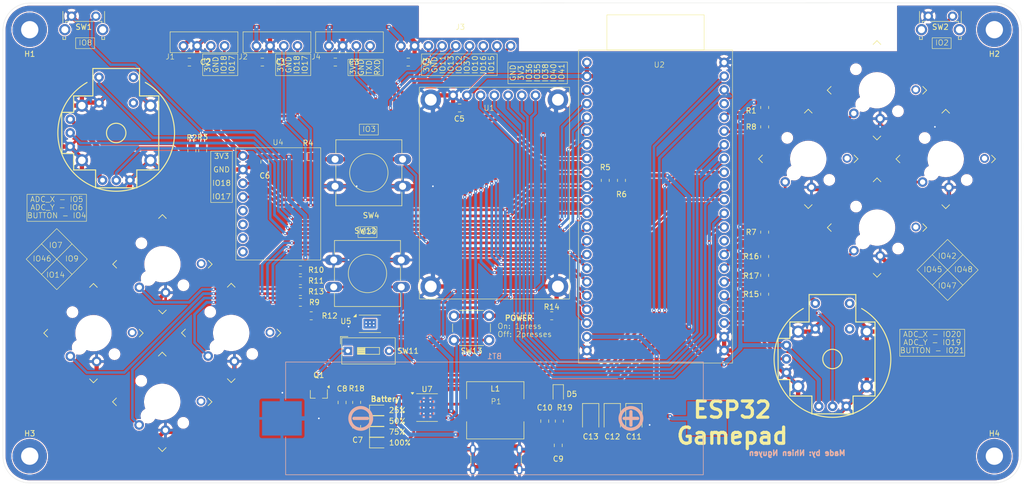
<source format=kicad_pcb>
(kicad_pcb (version 20240108) (generator "pcbnew") (generator_version "8.0")
  (layers (0 "F.Cu" signal) (31 "B.Cu" signal) (34 "B.Paste" user) (35 "F.Paste" user) (36 "B.SilkS" user "B.Silkscreen") (37 "F.SilkS" user "F.Silkscreen") (38 "B.Mask" user) (39 "F.Mask" user) (44 "Edge.Cuts" user))
  (net 0 "")
  (net 1 "/VBAT")
  (net 2 "GND")
  (net 3 "/VBUS")
  (net 4 "/5V")
  (net 5 "/3V3")
  (net 6 "/TXD")
  (net 7 "/IO2")
  (net 8 "/RXD")
  (net 9 "/IO37")
  (net 10 "/IO10")
  (net 11 "/MISO1")
  (net 12 "/IO16")
  (net 13 "/SCL")
  (net 14 "/CLK1")
  (net 15 "/IO15")
  (net 16 "/MOSI1")
  (net 17 "/IO4")
  (net 18 "/IO14")
  (net 19 "/IO9")
  (net 20 "/IO46")
  (net 21 "/IO7")
  (net 22 "/IO3")
  (net 23 "/IO8")
  (net 24 "/SDA")
  (net 25 "/IO39")
  (net 26 "/IO42")
  (net 27 "/IO45")
  (net 28 "/IO48")
  (net 29 "/IO47")
  (net 30 "/IO21")
  (net 31 "/IO6")
  (net 32 "/IO5")
  (net 33 "Net-(D1-K)")
  (net 34 "Net-(D1-A)")
  (net 35 "Net-(D3-A)")
  (net 36 "Net-(U2-SW)")
  (net 41 "Net-(Q2-D)")
  (net 42 "Net-(R9-Pad1)")
  (net 43 "Net-(U2-KEY)")
  (net 44 "Net-(SW14-B)")
  (net 54 "Net-(C4-Pad1)")
  (net 55 "Net-(C2-Pad1)")
  (net 57 "/IO20")
  (net 58 "/IO41")
  (net 59 "/IO19")
  (net 60 "/IO40")
  (net 61 "/IO38")
  (net 62 "/MOSI0")
  (net 63 "/CLK0")
  (footprint "IMU:MPU6050" (layer "F.Cu") (at 104.95 70.37)
    (property "Reference" "U4")
    (property "Value" "~")
  )
  (footprint "Resistor_SMD:R_0805_2012Metric" (layer "F.Cu") (at 126 116.0375 -90)
    (property "Reference" "R18")
    (property "Value" "2R")
  )
  (footprint "XH_2p54:XH_2p54_9P_male" (layer "F.Cu") (at 134.18 50)
    (property "Reference" "J3")
    (property "Value" "~")
  )
  (footprint "XH_2p54:XH_2p54_4P_male" (layer "F.Cu") (at 97.75 50)
    (property "Reference" "J1")
    (property "Value" "~")
  )
  (footprint "Keyboard_Switches:SW_MX_LowProfile_Kailh_Choc_V1V2_THT_Hybrid" (layer "F.Cu") (at 222.292179 83.653658 -45)
    (property "Reference" "SW7" (hide yes))
    (property "Value" "SW_Push" (hide yes))
  )
  (footprint "Resistor_SMD:R_0805_2012Metric" (layer "F.Cu") (at 201.5 96 90)
    (property "Reference" "R15")
    (property "Value" "10K")
  )
  (footprint "LED_SMD:LED_0805_2012Metric" (layer "F.Cu") (at 130.0625 123.5)
    (property "Reference" "D1" (hide yes))
    (property "Value" "LED")
  )
  (footprint "Resistor_SMD:R_0805_2012Metric" (layer "F.Cu") (at 201.5 89 90)
    (property "Reference" "R16")
    (property "Value" "10K")
  )
  (footprint "Button_Switch_THT:SW_PUSH-12mm" (layer "F.Cu") (at 121.75 89.66)
    (property "Reference" "SW12")
    (property "Value" "SW_Push")
  )
  (footprint "Resistor_SMD:R_0805_2012Metric" (layer "F.Cu") (at 163.5 119.5 -90)
    (property "Reference" "R19")
    (property "Value" "2R")
  )
  (footprint "Resistor_SMD:R_0805_2012Metric" (layer "F.Cu") (at 172 74.9125 90)
    (property "Reference" "R5")
    (property "Value" "10K")
  )
  (footprint "Resistor_SMD:R_0805_2012Metric" (layer "F.Cu") (at 115.5875 95.5)
    (property "Reference" "R13")
    (property "Value" "10K")
  )
  (footprint "Keyboard_Switches:SW_MX_LowProfile_Kailh_Choc_V1V2_THT_Hybrid" (layer "F.Cu") (at 90.057523 90.443414 -45)
    (property "Reference" "SW10" (hide yes))
    (property "Value" "SW_Push" (hide yes))
  )
  (footprint "Resistor_SMD:R_0805_2012Metric" (layer "F.Cu") (at 162.0875 100)
    (property "Reference" "R14")
    (property "Value" "10K")
  )
  (footprint "Resistor_SMD:R_0805_2012Metric" (layer "F.Cu") (at 201.5 92.5 90)
    (property "Reference" "R17")
    (property "Value" "10K")
  )
  (footprint "Capacitor_SMD:C_0805_2012Metric" (layer "F.Cu") (at 108.55 53)
    (property "Reference" "C1")
    (property "Value" "10uF")
  )
  (footprint "Button_Switch_THT:SW_PUSH_6mm" (layer "F.Cu") (at 150.5 104.5 180)
    (property "Reference" "SW13")
    (property "Value" "SW_Push")
  )
  (footprint "Button_Switch_THT:SW_Tactile_SPST_Angled_PTS645Vx31-2LFS" (layer "F.Cu") (at 73.245 44.5)
    (property "Reference" "SW1")
    (property "Value" "SW_Push")
  )
  (footprint "Button_Switch_THT:SW_Tactile_SPST_Angled_PTS645Vx31-2LFS" (layer "F.Cu") (at 231.762767 44.499995)
    (property "Reference" "SW2")
    (property "Value" "SW_Push")
  )
  (footprint "Package_SO:SOIC-8-1EP_3.9x4.9mm_P1.27mm_EP2.41x3.3mm_ThermalVias" (layer "F.Cu") (at 139.025 117)
    (property "Reference" "U7")
    (property "Value" "IP5306")
  )
  (footprint "Capacitor_SMD:C_0805_2012Metric" (layer "F.Cu") (at 109 71.5 90)
    (property "Reference" "C6")
    (property "Value" "10uF")
  )
  (footprint "Package_DFN_QFN:WDFN-8-1EP_4x3mm_P0.65mm_EP2.4x1.8mm_ThermalVias" (layer "F.Cu") (at 128.45 101.475)
    (property "Reference" "U5")
    (property "Value" "LC709203FQH-02TWG")
  )
  (footprint "Capacitor_Tantalum_SMD:CP_EIA-3528-15_AVX-H_Pad1.50x2.35mm_HandSolder" (layer "F.Cu") (at 173.3 118.875 -90)
    (property "Reference" "C12")
    (property "Value" "22uF")
  )
  (footprint "Keyboard_Switches:SW_MX_LowProfile_Kailh_Choc_V1V2_THT_Hybrid" (layer "F.Cu") (at 102.785445 103.171336 -45)
    (property "Reference" "SW9" (hide yes))
    (property "Value" "SW_Push" (hide yes))
  )
  (footprint "Resistor_SMD:R_0805_2012Metric" (layer "F.Cu") (at 115.5875 97.5)
    (property "Reference" "R9")
    (property "Value" "10K")
  )
  (footprint "Package_TO_SOT_SMD:SOT-23_Handsoldering" (layer "F.Cu") (at 119 114.5 -90)
    (property "Reference" "Q1")
    (property "Value" "SI2300")
  )
  (footprint "Keyboard_Switches:SW_MX_LowProfile_Kailh_Choc_V1V2_THT_Hybrid" (layer "F.Cu") (at 222.272078 58.217915 -45)
    (property "Reference" "SW3" (hide yes))
    (property "Value" "SW_Push" (hide yes))
  )
  (footprint "USB_Type_C:USB_Type_C_6P" (layer "F.Cu") (at 151.8 124.62)
    (property "Reference" "P1")
    (property "Value" "USB_C_Plug_USB2.0")
  )
  (footprint "Resistor_SMD:R_0805_2012Metric" (layer "F.Cu") (at 115.5875 91.5)
    (property "Reference" "R10")
    (property "Value" "10K")
  )
  (footprint "Capacitor_SMD:C_0805_2012Metric" (layer "F.Cu") (at 95.05 53)
    (property "Reference" "C2")
    (property "Value" "10uF")
  )
  (footprint "MountingHole:MountingHole_3.2mm_M3_Pad" (layer "F.Cu") (at 65.5 126)
    (property "Reference" "H3")
    (property "Value" "MountingHole")
  )
  (footprint "Capacitor_SMD:C_0805_2012Metric" (layer "F.Cu") (at 123.3 116.05 -90)
    (property "Reference" "C8")
    (property "Value" "10uF")
  )
  (footprint "Resistor_SMD:R_0805_2012Metric" (layer "F.Cu") (at 97.5 69.4125 90)
    (property "Reference" "R3")
    (property "Value" "10K")
  )
  (footprint "LCD_TFT_ST7789:LCD_TFT_1.3_inches_ST7789" (layer "F.Cu") (at 137.61 57.66)
    (property "Reference" "U1")
    (property "Value" "~")
  )
  (footprint "Capacitor_SMD:C_0805_2012Metric" (layer "F.Cu") (at 163.3 124 -90)
    (property "Reference" "C9")
    (property "Value" "10uF")
  )
  (footprint "Resistor_SMD:R_0805_2012Metric" (layer "F.Cu") (at 117.5875 100)
    (property "Reference" "R12")
    (property "Value" "10K")
  )
  (footprint "ESP32_S3_DevkitC1:ESP32_S3_DevkitC1" (layer "F.Cu") (at 168.6 53.08)
    (property "Reference" "U2")
    (property "Value" "~")
  )
  (footprint "LED_SMD:LED_0805_2012Metric" (layer "F.Cu") (at 163.3 114.4375 -90)
    (property "Reference" "D5")
    (property "Value" "LED")
  )
  (footprint "MountingHole:MountingHole_3.2mm_M3_Pad" (layer "F.Cu") (at 65.5 47)
    (property "Reference" "H1")
    (property "Value" "MountingHole")
  )
  (footprint "Keyboard_Switches:SW_MX_LowProfile_Kailh_Choc_V1V2_THT_Hybrid" (layer "F.Cu") (at 90.022167 115.934614 -45)
    (property "Reference" "SW14" (hide yes))
    (property "Value" "SW_Push" (hide yes))
  )
  (footprint "MountingHole:MountingHole_3.2mm_M3_Pad" (layer "F.Cu") (at 244 126)
    (property "Reference" "H4")
    (property "Value" "MountingHole")
  )
  (footprint "Resistor_SMD:R_0805_2012Metric" (layer "F.Cu") (at 201.5 65 90)
    (property "Reference" "R8")
    (property "Value" "10K")
  )
  (footprint "Resistor_SMD:R_0805_2012Metric" (layer "F.Cu") (at 95.5 69.4125 -90)
    (property "Reference" "R2")
    (property "Value" "10K")
  )
  (footprint "LED_SMD:LED_0805_2012Metric" (layer "F.Cu") (at 130.0625 119.5)
    (property "Reference" "D3" (hide yes))
    (property "Value" "LED")
  )
  (footprint "Button_Switch_THT:SW_PUSH-12mm" (layer "F.Cu") (at 134.5 76 180)
    (property "Reference" "SW4")
    (property "Value" "SW_Push")
  )
  (footprint "Keyboard_Switches:SW_MX_LowProfile_Kailh_Choc_V1V2_THT_Hybrid" (layer "F.Cu") (at 209.564257 70.925736 -45)
    (property "Reference" "SW5" (hide yes))
    (property "Value" "SW_Push" (hide yes))
  )
  (footprint "LED_SMD:LED_0805_2012Metric" (layer "F.Cu") (at 130.0625 121.5)
    (property "Reference" "D2" (hide yes))
    (property "Value" "LED")
  )
  (footprint "Joystick:PS4_joystick" (layer "F.Cu") (at 214.039845 108)
    (property "Reference" "U6" (hide yes))
    (property "Value" "COM-09032" (hide yes))
  )
  (footprint "Capacitor_Tantalum_SMD:CP_EIA-3528-15_AVX-H_Pad1.50x2.35mm_HandSolder" (layer "F.Cu") (at 169.3 118.875 -90)
    (property "Reference" "C13")
    (property "Value" "22uF")
  )
  (footprint "Resistor_SMD:R_0805_2012Metric" (layer "F.Cu") (at 201.5 84.5 90)
    (property "Reference" "R7")
    (property "Value" "10K")
  )
  (footprint "Resistor_SMD:R_0805_2012Metric" (layer "F.Cu") (at 175 74.9125 90)
    (property "Reference" "R6")
    (property "Value" "10K")
  )
  (footprint "Keyboard_Switches:SW_MX_LowProfile_Kailh_Choc_V1V2_THT_Hybrid" (layer "F.Cu") (at 77.294245 103.206692 -45)
    (property "Reference" "SW8" (hide yes))
    (property "Value" "SW_Push" (hide yes))
  )
  (footprint "Resistor_SMD:R_0805_2012Metric" (layer "F.Cu") (at 117.0875 70.5)
    (property "Reference" "R4")
    (property "Value" "10K")
  )
  (footprint "Capacitor_SMD:C_0805_2012Metric" (layer "F.Cu") (at 135.55 53)
    (property "Reference" "C4")
    (property "Value" "10uF")
  )
  (footprint "Capacitor_SMD:C_0805_2012Metric" (layer "F.Cu") (at 126 120.55 -90)
    (property "Reference" "C7")
    (property "Value" "10uF")
  )
  (footprint "Resistor_SMD:R_0805_2012Metric" (layer "F.Cu") (at 201.5 61.4125 -90)
    (property "Reference" "R1")
    (property "Value" "10K")
  )
  (footprint "XH_2p54:XH_2p54_4P_male" (layer "F.Cu") (at 124.67 50)
    (property "Reference" "J4")
    (property "Value" "~")
  )
  (footprint "LED_SMD:LED_0805_2012Metric" (layer "F.Cu") (at 130.0625 117.5)
    (property "Reference" "D4" (hide yes))
    (property "Value" "LED")
  )
  (footprint "Capacitor_SMD:C_0805_2012Metric" (layer "F.Cu") (at 145.05 61.5 180)
    (property "Reference" "C5")
    (property "Value" "10uF")
  )
  (footprint "Capacitor_SMD:C_0805_2012Metric" (layer "F.Cu") (at 122.05 53)
    (property "Reference" "C3")
    (property "Value" "10uF")
  )
  (footprint "Joystick:PS4_joystick" (layer "F.Cu") (at 81.5 66.1248)
    (property "Reference" "U3" (hide yes))
    (property "Value" "COM-09032" (hide yes))
  )
  (footprint "Capacitor_SMD:C_0805_2012Metric" (layer "F.Cu") (at 160.8 119.5 -90)
    (property "Reference" "C10")
    (property "Value" "10uF")
  )
  (footprint "Inductor_SMD:L_10.4x10.4_H4.8" (layer "F.Cu") (at 151.65 117.5)
    (property "Reference" "L1")
    (property "Value" "2R2")
  )
  (footprint "MountingHole:MountingHole_3.2mm_M3_Pad" (layer "F.Cu") (at 244 47)
    (property "Reference" "H2")
    (property "Value" "MountingHole")
  )
  (footprint "XH_2p54:XH_2p54_4P_male" (layer "F.Cu") (at 111.25 50)
    (property "Reference" "J2")
    (property "Value" "~")
  )
  (footprint "Keyboard_Switches:SW_MX_LowProfile_Kailh_Choc_V1V2_THT_Hybrid" (layer "F.Cu") (at 235 70.945837 -45)
    (property "Reference" "SW6" (hide yes))
    (property "Value" "SW_Push" (hide yes))
  )
  (footprint "Capacitor_Tantalum_SMD:CP_EIA-3528-15_AVX-H_Pad1.50x2.35mm_HandSolder" (layer "F.Cu") (at 177.3 118.875 -90)
    (property "Reference" "C11")
    (property "Value" "22uF")
  )
  (footprint "Resistor_SMD:R_0805_2012Metric" (layer "F.Cu") (at 115.5875 93.5)
    (property "Reference" "R11")
    (property "Value" "10K")
  )
  (footprint "Button_Switch_THT:SW_DIP_SPSTx01_Slide_9.78x4.72mm_W7.62mm_P2.54mm" (layer "F.Cu") (at 124.38 106.5)
    (property "Reference" "SW11")
    (property "Value" "DIP")
  )
  (footprint "Battery:BatteryHolder_Keystone_1042_1x18650" (layer "B.Cu") (at 151.5 119 180)
    (property "Reference" "BT1")
    (property "Value" "Battery_Cell")
  )
  (gr_rect (start 111 51.5) (end 117.5 55.5) (stroke (width 0.1)) (fill none) (layer "F.SilkS"))
  (gr_rect (start 138 51.5) (end 152 55.5) (stroke (width 0.1)) (fill none) (layer "F.SilkS"))
  (gr_line (start 238.171573 94.328427) (end 232.514719 88.671573) (stroke (width 0.1)) (layer "F.SilkS"))
  (gr_rect (start 126.5 64.5) (end 130 66.5) (stroke (width 0.1)) (fill none) (layer "F.SilkS"))
  (gr_line (start 232.514719 94.328427) (end 238.171573 88.671573) (stroke (width 0.1)) (layer "F.SilkS"))
  (gr_rect (start 126.25 83.5) (end 129.75 85.5) (stroke (width 0.1)) (fill none) (layer "F.SilkS"))
  (gr_poly (pts (xy 229.686292 91.5) (xy 235.343146 85.843146) (xy 241 91.5) (xy 235.343146 97.156854)) (stroke (width 0.1)) (fill none) (layer "F.SilkS"))
  (gr_poly (pts (xy 64.843146 89.5) (xy 70.5 83.843146) (xy 76.156854 89.5) (xy 70.5 95.156854)) (stroke (width 0.1)) (fill none) (layer "F.SilkS"))
  (gr_rect (start 154 53) (end 165 57) (stroke (width 0.1)) (fill none) (layer "F.SilkS"))
  (gr_rect (start 97.5 51.5) (end 104 55.5) (stroke (width 0.1)) (fill none) (layer "F.SilkS"))
  (gr_poly (pts (xy 103 69.5) (xy 103 79) (xy 99 79) (xy 99 69.5)) (stroke (width 0.1)) (fill none) (layer "F.SilkS"))
  (gr_line (start 73.328427 92.328427) (end 67.671573 86.671573) (stroke (width 0.1)) (layer "F.SilkS"))
  (gr_rect (start 74 48.5) (end 77.5 50.5) (stroke (width 0.1)) (fill none) (layer "F.SilkS"))
  (gr_rect (start 232.5 48.5) (end 236 50.5) (stroke (width 0.1)) (fill none) (layer "F.SilkS"))
  (gr_rect (start 65 77.5) (end 76 82.5) (stroke (width 0.1)) (fill none) (layer "F.SilkS"))
  (gr_line (start 67.671573 92.328427) (end 73.328427 86.671573) (stroke (width 0.1)) (layer "F.SilkS"))
  (gr_rect (start 226.5 102.5) (end 238.5 107.5) (stroke (width 0.1)) (fill none) (layer "F.SilkS"))
  (gr_rect (start 124.4 52.5) (end 130.9 55.5) (stroke (width 0.1)) (fill none) (layer "F.SilkS"))
  (gr_line (start 60.535534 125.964466) (end 60.535534 47.058034) (stroke (width 0.05)) (layer "Edge.Cuts"))
  (gr_line (start 243.982233 130.964461) (end 65.535534 130.964466) (stroke (width 0.05)) (layer "Edge.Cuts"))
  (gr_line (start 249.017767 47.035539) (end 248.982233 125.964461) (stroke (width 0.05)) (layer "Edge.Cuts"))
  (gr_arc (start 60.535534 47.058034) (mid 61.999999 43.522499) (end 65.535534 42.058034) (stroke (width 0.05)) (layer "Edge.Cuts"))
  (gr_line (start 65.535534 42.058034) (end 244.017767 42.035539) (stroke (width 0.05)) (layer "Edge.Cuts"))
  (gr_arc (start 244.017767 42.035539) (mid 247.553285 43.500008) (end 249.017767 47.035539) (stroke (width 0.05)) (layer "Edge.Cuts"))
  (gr_arc (start 65.535534 130.964466) (mid 61.99999 129.50001) (end 60.535534 125.964466) (stroke (width 0.05)) (layer "Edge.Cuts"))
  (gr_arc (start 248.982233 125.964461) (mid 247.517777 129.500005) (end 243.982233 130.964461) (stroke (width 0.05)) (layer "Edge.Cuts"))
  (gr_text "Made by: Nhien Nguyen" (at 207.5 126 -0) (layer "B.SilkS") (effects (font (size 1 1) (thickness 0.25) (bold yes)) (justify bottom mirror)))
  (gr_text "IO17" (at 117 53.5 90) (layer "F.SilkS") (effects (font (size 1 1) (thickness 0.125)) (justify bottom)))
  (gr_text "25%" (at 133.5 117.5 0) (layer "F.SilkS") (effects (font (size 1 1))))
  (gr_text "IO46" (at 66 90 0) (layer "F.SilkS") (effects (font (size 1 1) (thickness 0.1)) (justify left bottom)))
  (gr_text "3V3" (at 112.5 53.5 90) (layer "F.SilkS") (effects (font (size 1 1) (thickness 0.125)) (justify bottom)))
  (gr_text "IO14" (at 68.5 93 0) (layer "F.SilkS") (effects (font (size 1 1) (thickness 0.1)) (justify left bottom)))
  (gr_text "3V3" (at 157 55 90) (layer "F.SilkS") (effects (font (size 1 1) (thickness 0.125)) (justify bottom)))
  (gr_text "3V3" (at 125.9 54 90) (layer "F.SilkS") (effects (font (size 1 1) (thickness 0.125)) (justify bottom)))
  (gr_text "IO15" (at 151.5 53.5 90) (layer "F.SilkS") (effects (font (size 1 1) (thickness 0.125)) (justify bottom)))
  (gr_text "IO41" (at 164.5 55 90) (layer "F.SilkS") (effects (font (size 1 1) (thickness 0.125)) (justify bottom)))
  (gr_text "IO38" (at 161.5 55 90) (layer "F.SilkS") (effects (font (size 1 1) (thickness 0.125)) (justify bottom)))
  (gr_text "IO18" (at 115.5 53.5 90) (layer "F.SilkS") (effects (font (size 1 1) (thickness 0.125)) (justify bottom)))
  (gr_text "100%" (at 134 123.5 0) (layer "F.SilkS") (effects (font (size 1 1))))
  (gr_text "TXD" (at 128.9 54 90) (layer "F.SilkS") (effects (font (size 1 1) (thickness 0.125)) (justify bottom)))
  (gr_text "IO3" (at 127 66 0) (layer "F.SilkS") (effects (font (size 1 1) (thickness 0.1)) (justify left bottom)))
  (gr_text "ADC_X - IO5" (at 70.5 79 0) (layer "F.SilkS") (effects (font (size 1 1) (thickness 0.1)) (justify bottom)))
  (gr_text "IO13" (at 144 53.5 90) (layer "F.SilkS") (effects (font (size 1 1) (thickness 0.125)) (justify bottom)))
  (gr_text "ESP32\nGamepad" (at 195.5 124 0) (layer "F.SilkS") (effects (font (size 3 3) (thickness 0.6) (bold yes)) (justify bottom)))
  (gr_text "75%" (at 133.5 121.5 0) (layer "F.SilkS") (effects (font (size 1 1))))
  (gr_text "IO16" (at 150 53.5 90) (layer "F.SilkS") (effects (font (size 1 1) (thickness 0.125)) (justify bottom)))
  (gr_text "IO40" (at 163 55 90) (layer "F.SilkS") (effects (font (size 1 1) (thickness 0.125)) (justify bottom)))
  (gr_text "GND" (at 100.5 53.5 90) (layer "F.SilkS") (effects (font (size 1 1) (thickness 0.125)) (justify bottom)))
  (gr_text "IO8" (at 74.5 50 0) (layer "F.SilkS") (effects (font (size 1 1) (thickness 0.1)) (justify left bottom)))
  (gr_text "GND" (at 101 73.5 0) (layer "F.SilkS") (effects (font (size 1 1) (thickness 0.125)) (justify bottom)))
  (gr_text "IO39" (at 126.25 85 0) (layer "F.SilkS") (effects (font (size 1 1) (thickness 0.1)) (justify left bottom)))
  (gr_text "Battery" (at 128.5 116 0) (layer "F.SilkS") (effects (font (size 1 1) (thickness 0.2) (bold yes)) (justify left bottom)))
  (gr_text "ADC_X - IO20" (at 232.5 104 0) (layer "F.SilkS") (effects (font (size 1 1) (thickness 0.1)) (justify bottom)))
  (gr_text "BUTTON - IO4" (at 70.5 82 0) (layer "F.SilkS") (effects (font (size 1 1) (thickness 0.1)) (justify bottom)))
  (gr_text "IO18" (at 102 53.5 90) (layer "F.SilkS") (effects (font (size 1 1) (thickness 0.125)) (justify bottom)))
  (gr_text "Off: 2presses" (at 152 104 0) (layer "F.SilkS") (effects (font (size 1 1) (thickness 0.1)) (justify left bottom)))
  (gr_text "GND" (at 141 53.5 90) (layer "F.SilkS") (effects (font (size 1 1) (thickness 0.125)) (justify bottom)))
  (gr_text "IO47" (at 233.5 95 0) (layer "F.SilkS") (effects (font (size 1 1) (thickness 0.1)) (justify left bottom)))
  (gr_text "GND" (at 114 53.5 90) (layer "F.SilkS") (effects (font (size 1 1) (thickness 0.125)) (justify bottom)))
  (gr_text "ADC_Y - IO6" (at 70.5 80.5 0) (layer "F.SilkS") (effects (font (size 1 1) (thickness 0.1)) (justify bottom)))
  (gr_text "IO17" (at 101 78.5 0) (layer "F.SilkS") (effects (font (size 1 1) (thickness 0.125)) (justify bottom)))
  (gr_text "3V3" (at 139.5 53.5 90) (layer "F.SilkS") (effects (font (size 1 1) (thickness 0.125)) (justify bottom)))
  (gr_text "3V3" (at 99 53.5 90) (layer "F.SilkS") (effects (font (size 1 1) (thickness 0.125)) (justify bottom)))
  (gr_text "GND" (at 127.4 54 90) (layer "F.SilkS") (effects (font (size 1 1) (thickness 0.125)) (justify bottom)))
  (gr_text "3V3" (at 101 71.000001 0) (layer "F.SilkS") (effects (font (size 1 1) (thickness 0.125)) (justify bottom)))
  (gr_text "IO7" (at 69 87.5 0) (layer "F.SilkS") (effects (font (size 1 1) (thickness 0.1)) (justify left bottom)))
  (gr_text "IO18" (at 101 76 0) (layer "F.SilkS") (effects (font (size 1 1) (thickness 0.125)) (justify bottom)))
  (gr_text "ADC_Y - IO19" (at 232.5 105.5 0) (layer "F.SilkS") (effects (font (size 1 1) (thickness 0.1)) (justify bottom)))
  (gr_text "IO9" (at 72 90 0) (layer "F.SilkS") (effects (font (size 1 1) (thickness 0.1)) (justify left bottom)))
  (gr_text "BUTTON - IO21" (at 232.5 107 0) (layer "F.SilkS") (effects (font (size 1 1) (thickness 0.1)) (justify bottom)))
  (gr_text "IO10" (at 148.5 53.5 90) (layer "F.SilkS") (effects (font (size 1 1) (thickness 0.125)) (justify bottom)))
  (gr_text "On: 1press" (at 152 102.5 0) (layer "F.SilkS") (effects (font (size 1 1) (thickness 0.1)) (justify left bottom)))
  (gr_text "IO36" (at 158.5 55 90) (layer "F.SilkS") (effects (font (size 1 1) (thickness 0.125)) (justify bottom)))
  (gr_text "IO48" (at 236.5 92 0) (layer "F.SilkS") (effects (font (size 1 1) (thickness 0.1)) (justify left bottom)))
  (gr_text "IO42" (at 233.5 89.5 0) (layer "F.SilkS") (effects (font (size 1 1) (thickness 0.1)) (justify left bottom)))
  (gr_text "50%" (at 133.5 119.5 0) (layer "F.SilkS") (effects (font (size 1 1))))
  (gr_text "IO17" (at 103.5 53.5 90) (layer "F.SilkS") (effects (font (size 1 1) (thickness 0.125)) (justify bottom)))
  (gr_text "IO35" (at 160 55 90) (layer "F.SilkS") (effects (font (size 1 1) (thickness 0.125)) (justify bottom)))
  (gr_text "IO11" (at 142.5 53.5 90) (layer "F.SilkS") (effects (font (size 1 1) (thickness 0.125)) (justify bottom)))
  (gr_text "GND" (at 155.5 55 90) (layer "F.SilkS") (effects (font (size 1 1) (thickness 0.125)) (justify bottom)))
  (gr_text "RXD" (at 130.4 54 90) (layer "F.SilkS") (effects (font (size 1 1) (thickness 0.125)) (justify bottom)))
  (gr_text "IO37" (at 147 53.5 90) (layer "F.SilkS") (effects (font (size 1 1) (thickness 0.125)) (justify bottom)))
  (gr_text "IO45" (at 230.843146 92 0) (layer "F.SilkS") (effects (font (size 1 1) (thickness 0.1)) (justify left bottom)))
  (gr_text "POWER" (at 156 101 0) (layer "F.SilkS") (effects (font (size 1 1) (thickness 0.2) (bold yes)) (justify bottom)))
  (gr_text "IO12" (at 145.5 53.5 90) (layer "F.SilkS") (effects (font (size 1 1) (thickness 0.125)) (justify bottom)))
  (gr_text "IO2" (at 233 50 0) (layer "F.SilkS") (effects (font (size 1 1) (thickness 0.1)) (justify left bottom)))
  (segment (start 126.5 104) (end 125.5 103) (width 0.3) (layer "F.Cu") (net 1))
  (segment (start 156.8 118.5) (end 160.75 118.5) (width 0.8) (layer "F.Cu") (net 1))
  (segment (start 125.5 102.400001) (end 126.100001 101.8) (width 0.3) (layer "F.Cu") (net 1))
  (segment (start 163.125 115.375) (end 163.3 115.375) (width 0.8) (layer "F.Cu") (net 1))
  (segment (start 146.5 120.5) (end 152.8 120.5) (width 0.8) (layer "F.Cu") (net 1))
  (segment (start 126.100001 101.8) (end 126.55 101.8) (width 0.3) (layer "F.Cu") (net 1))
  (segment (start 155.8 117.5) (end 156.8 118.5) (width 0.8) (layer "F.Cu") (net 1))
  (segment (start 160.8 118.55) (end 163.4625 118.55) (width 0.8) (layer "F.Cu") (net 1))
  (segment (start 143.635 117.635) (end 146.5 120.5) (width 0.8) (layer "F.Cu") (net 1))
  (segment (start 163.5 115.575) (end 163.3 115.375) (width 0.8) (layer "F.Cu") (net 1))
  (segment (start 141.5 117.635) (end 142.935 117.635) (width 0.5) (layer "F.Cu") (net 1))
  (segment (start 168.01599 118.6) (end 168.00349 118.5875) (width 0.8) (layer "F.Cu") (net 1))
  (segment (start 139.5 104) (end 126.5 104) (width 0.3) (layer "F.Cu") (net 1))
  (segment (start 152.8 120.5) (end 155.8 117.5) (width 0.8) (layer "F.Cu") (net 1))
  (segment (start 125.5 103) (end 125.5 102.400001) (width 0.3) (layer "F.Cu") (net 1))
  (segment (start 168.00349 118.5875) (end 163.5 118.5875) (width 0.8) (layer "F.Cu") (net 1))
  (segment (start 184 118.6) (end 168.01599 118.6) (width 0.8) (layer "F.Cu") (net 1))
  (segment (start 163.4625 118.55) (end 163.5 118.5875) (width 0.8) (layer "F.Cu") (net 1))
  (segment (start 163.5 118.5875) (end 163.5 115.575) (width 0.8) (layer "F.Cu") (net 1))
  (segment (start 142.935 117.635) (end 143.5 117.635) (width 0.8) (layer "F.Cu") (net 1))
  (segment (start 143.5 117.635) (end 143.635 117.635) (width 0.8) (layer "F.Cu") (net 1))
  (via (at 184 118.6) (size 0.6) (drill 0.3) (layers "F.Cu" "B.Cu") (net 1))
  (via (at 143.5 117.635) (size 0.6) (drill 0.3) (layers "F.Cu" "B.Cu") (net 1))
  (via (at 139.5 104) (size 0.6) (drill 0.3) (layers "F.Cu" "B.Cu") (net 1))
  (segment (start 184 118.6) (end 184.4 119) (width 0.8) (layer "B.Cu") (net 1))
  (segment (start 143.5 108) (end 139.5 104) (width 0.8) (layer "B.Cu") (net 1))
  (segment (start 184.4 119) (end 190.83 119) (width 0.8) (layer "B.Cu") (net 1))
  (segment (start 143.5 117.635) (end 143.5 108) (width 0.8) (layer "B.Cu") (net 1))
  (segment (start 173.3 120.5) (end 177.3 120.5) (width 0.8) (layer "F.Cu") (net 2))
  (segment (start 83.5 123.5) (end 88.297483 123.5) (width 0.8) (layer "F.Cu") (net 2))
  (segment (start 140.33 94.6) (end 140.11 94.38) (width 0.8) (layer "F.Cu") (net 2))
  (segment (start 90.920649 121.5) (end 96 121.5) (width 0.8) (layer "F.Cu") (net 2))
  (segment (start 119 116) (end 119 119) (width 0.8) (layer "F.Cu") (net 2))
  (segment (start 110 48) (end 123.5 48) (width 0.8) (layer "F.Cu") (net 2))
  (segment (start 77.881144 108.460495) (end 77.881144 117.881144) (width 0.8) (layer "F.Cu") (net 2))
  (segment (start 80.37 58.5) (end 85.3052 58.5) (width 0.8) (layer "F.Cu") (net 2))
  (segment (start 235.5 65) (end 233 65) (width 0.8) (layer "F.Cu") (net 2))
  (segment (start 109.98 48.02) (end 110 48) (width 0.8) (layer "F.Cu") (net 2))
  (segment (start 124.5 89.66) (end 134.25 89.66) (width 0.8) (layer "F.Cu") (net 2))
  (segment (start 123.4 50) (end 123.4 52.6) (width 0.8) (layer "F.Cu") (net 2))
  (segment (start 109.98 50) (end 109.98 52.52) (width 0.8) (layer "F.Cu") (net 2))
  (segment (start 109 72.45) (end 109.45 72.45) (width 0.8) (layer "F.Cu") (net 2))
  (segment (start 147.48 128) (end 156.12 128) (width 0.8) (layer "F.Cu") (net 2))
  (segment (start 231 96.5) (end 231 91) (width 0.8) (layer "F.Cu") (net 2))
  (segment (start 220.389845 102.389845) (end 220.389845 102.92) (width 0.8) (layer "F.Cu") (net 2))
  (segment (start 154.63 124.2) (end 154.55 124.12) (width 0.8) (layer "F.Cu") (net 2))
  (segment (start 121.3 119) (end 123.8 121.5) (width 0.8) (layer "F.Cu") (net 2))
  (segment (start 112.127656 114.127656) (end 112.25 114.25) (width 0.8) (layer "F.Cu") (net 2))
  (segment (start 222.879078 88.907461) (end 224.971617 91) (width 0.8) (layer "F.Cu") (net 2))
  (segment (start 210.054845 102.9352) (end 210.864845 102.1252) (width 0.8) (layer "F.Cu") (net 2))
  (segment (start 163 94.81) (end 163.24 94.57) (width 0.8) (layer "F.Cu") (net 2))
  (segment (start 205.0252 110.5252) (end 205.134845 110.5252) (width 0.8) (layer "F.Cu") (net 2))
  (segment (start 156.37 124.95) (end 156.12 124.7) (width 0.8) (layer "F.Cu") (net 2))
  (segment (start 210.5 119) (end 214.470045 119) (width 0.8) (layer "F.Cu") (net 2))
  (segment (start 161 124.95) (end 158.5 124.95) (width 0.8) (layer "F.Cu") (net 2))
  (segment (start 109.98 50) (end 109.98 48.02) (width 0.8) (layer "F.Cu") (net 2))
  (segment (start 135 127.5) (end 137.8 124.7) (width 0.8) (layer "F.Cu") (net 2))
  (segment (start 119 119) (end 121.3 119) (width 0.8) (layer "F.Cu") (net 2))
  (segment (start 73.10017 97.5) (end 88.841639 97.5) (width 0.8) (layer "F.Cu") (net 2))
  (segment (start 144.1 59.38) (end 143.88 59.16) (width 0.8) (layer "F.Cu") (net 2))
  (segment (start 126 121.5) (end 126 124.2) (width 0.8) (layer "F.Cu") (net 2))
  (segment (start 121.75 89.66) (end 124.5 89.66) (width 0.8) (layer "F.Cu") (net 2))
  (segment (start 235.586899 86.413101) (end 235.586899 78.5) (width 0.8) (layer "F.Cu") (net 2))
  (segment (start 139.025 117) (end 139.025 124.675) (width 0.8) (layer "F.Cu") (net 2))
  (segment (start 78.325 60.545) (end 80.37 58.5) (width 0.8) (layer "F.Cu") (net 2))
  (segment (start 122 76) (end 126 76) (width 0.8) (layer "F.Cu") (net 2))
  (segment (start 98.5 48) (end 110 48) (width 0.8) (layer "F.Cu") (net 2))
  (segment (start 163.24 94.57) (end 139.71 94.57) (width 0.8) (layer "F.Cu") (net 2))
  (segment (start 224.58 102.92) (end 231 96.5) (width 0.8) (layer "F.Cu") (net 2))
  (segment (start 77.881144 117.881144) (end 83.5 123.5) (width 0.8) (layer "F.Cu") (net 2))
  (segment (start 75.15 46.405) (end 73.245 44.5) (width 0.8) (layer "F.Cu") (net 2))
  (segment (start 121.3 119) (end 123.3 117) (width 0.8) (layer "F.Cu") (net 2))
  (segment (start 177.3 120.5) (end 179.92 120.5) (width 0.8) (layer "F.Cu") (net 2))
  (segment (start 220.389845 113.08) (end 220.389845 102.92) (width 0.8) (layer "F.Cu") (net 2))
  (segment (start 71.44 61.06) (end 75.15 61.06) (width 0.8) (layer "F.Cu") (net 2))
  (segment (start 179.92 120.5) (end 180.21 120.21) (width 0.8) (layer "F.Cu") (net 2))
  (segment (start 231 91) (end 235.586899 86.413101) (width 0.8) (layer "F.Cu") (net 2))
  (segment (start 129.3 127.5) (end 135 127.5) (width 0.8) (layer "F.Cu") (net 2))
  (segment (start 147.48 124.2) (end 147.48 128) (width 0.8) (layer "F.Cu") (net 2))
  (segment (start 135.5 48) (end 136.72 49.22) (width 0.8) (layer "F.Cu") (net 2))
  (segment (start 156.12 128) (end 156.12 124.2) (width 0.8) (layer "F.Cu") (net 2))
  (segment (start 75.15 76.65) (end 77.5 79) (width 0.8) (layer "F.Cu") (net 2))
  (segment (start 210.864845 102.1252) (end 212.990045 100) (width 0.8) (layer "F.Cu") (net 2))
  (segment (start 194 106.42) (end 200.92 106.42) (width 0.8) (layer "F.Cu") (net 2))
  (segment (start 136.72 52.78) (end 136.5 53) (width 0.8) (layer "F.Cu") (net 2))
  (segment (start 89.5552 72.91) (end 87.85 71.2048) (width 0.8) (layer "F.Cu") (net 2))
  (segment (start 75.15 70.815) (end 72.985 68.65) (width 0.8) (layer "F.Cu") (net 2))
  (segment (start 143.88 59.16) (end 140.52 59.16) (width 0.8) (layer "F.Cu") (net 2))
  (segment (start 104.95 72.91) (end 89.5552 72.91) (width 0.8) (layer "F.Cu") (net 2))
  (segment (start 69.5 63) (end 71.44 61.06) (width 0.8) (layer "F.Cu") (net 2))
  (segment (start 96 121.5) (end 103.372344 114.127656) (width 0.8) (layer "F.Cu") (net 2))
  (segment (start 136.72 49.22) (end 136.72 50) (width 0.8) (layer "F.Cu") (net 2))
  (segment (start 218 100) (end 220.389845 102.389845) (width 0.8) (layer "F.Cu") (net 2))
  (segment (start 143.855 59.16) (end 143.855 61.255) (width 0.8) (layer "F.Cu") (net 2))
  (segment (start 214.470045 119) (end 216.594845 116.8752) (width 0.8) (layer "F.Cu") (net 2))
  (segment (start 160.8 124.75) (end 161 124.95) (width 0.8) (layer "F.Cu") (net 2))
  (segment (start 216.594845 116.8752) (end 216.594845 116.875) (width 0.8) (layer "F.Cu") (net 2))
  (segment (start 160.8 120.45) (end 160.8 124.75) (width 0.8) (layer "F.Cu") (net 2))
  (segment (start 163.3 124.95) (end 164.975 124.95) (width 0.8) (layer "F.Cu") (net 2))
  (segment (start 162.89 94.74) (end 163.03 94.6) (width 0.8) (layer "F.Cu") (net 2))
  (segment (start 87.725 71.2048) (end 84.055 74.8748) (width 0.8) (layer "F.Cu") (net 2))
  (segment (start 123.4 48.1) (end 123.5 48) (width 0.8) (layer "F.Cu") (net 2))
  (segment (start 233 65) (end 222.858977 65) (width 0.8) (layer "F.Cu") (net 2))
  (segment (start 216 76.5) (end 210.471617 76.5) (width 0.8) (layer "F.Cu") (net 2))
  (segment (start 239.5 78.5) (end 240.5 77.5) (width 0.8) (layer "F.Cu") (net 2))
  (segment (start 222.858977 65) (end 222.858977 63.471718) (width 0.8) (layer "F.Cu") (net 2))
  (segment (start 71.65 68.65) (end 69.5 66.5) (width 0.8) (layer "F.Cu") (net 2))
  (segment (start 212.990045 100) (end 218 100) (width 0.8) (layer "F.Cu") (net 2))
  (segment (start 210.471617 76.5) (end 210.151156 76.179539) (width 0.8) (layer "F.Cu") (net 2))
  (segment (start 194 103.88) (end 194 106.42) (width 0.8) (layer "F.Cu") (net 2))
  (segment (start 75.15 71.19) (end 75.15 76.65) (width 0.8) (layer "F.Cu") (net 2))
  (segment (start 143.855 61.255) (end 144.1 61.5) (width 0.8) (layer "F.Cu") (net 2))
  (segment (start 90.609066 121.188417) (end 90.920649 121.5) (width 0.8) (layer "F.Cu") (net 2))
  (segment (start 96.48 52.52) (end 96 53) (width 0.8) (layer "F.Cu") (net 2))
  (segment (start 69.5 66.5) (end 69.5 63) (width 0.8) (layer "F.Cu") (net 2))
  (segment (start 126 124.2) (end 129.3 127.5) (width 0.8) (layer "F.Cu") (net 2))
  (segment (start 77.881144 110.5) (end 72 110.5) (width 0.8) (layer "F.Cu") (net 2))
  (segment (start 78.28 60.5) (end 78.325 60.545) (width 0.8) (layer "F.Cu") (net 2))
  (segment (start 136.72 50) (end 136.72 52.78) (width 0.8) (layer "F.Cu") (net 2))
  (segment (start 126 100.5) (end 124.5 102) (width 0.5) (layer "F.Cu") (net 2))
  (segment (start 164.975 124.95) (end 164.975 124.825) (width 0.8) (layer "F.Cu") (net 2))
  (segment (start 103.372344 114.127656) (end 112.127656 114.127656) (width 0.8) (layer "F.Cu") (net 2))
  (segment (start 88.297483 123.5) (end 90.609066 121.188417) (width 0.8) (layer "F.Cu") (net 2))
  (segment (start 123.8 121.5) (end 126 121.5) (width 0.8) (layer "F.Cu") (net 2))
  (segment (start 109.98 52.52) (end 109.5 53) (width 0.8) (layer "F.Cu") (net 2))
  (segment (start 96.5 50) (end 98.5 48) (width 0.8) (layer "F.Cu") (net 2))
  (segment (start 88.841639 97.5) (end 90.644422 95.697217) (width 0.8) (layer "F.Cu") (net 2))
  (segment (start 235.586899 78.5) (end 235.586899 76.19964) (width 0.8) (layer "F.Cu") (net 2))
  (segment (start 75.15 61.06) (end 75.71 60.5) (width 0.8) (layer "F.Cu") (net 2))
  (segment (start 77.5 79) (end 81 79) (width 0.8) (layer "F.Cu") (net 2))
  (segment (start 105.41 72.45) (end 104.95 72.91) (width 0.8) (layer "F.Cu") (net 2))
  (segment (start 163 100.82) (end 163 100) (width 0.8) (layer "F.Cu") (net 2))
  (segment (start 134.5 76) (end 140.11 76) (width 0.8) (layer "F.Cu") (net 2))
  (segment (start 194 106.42) (end 194 106.5) (width 0.8) (layer "F.Cu") (net 2))
  (segment (start 168.6 106.42) (end 163 100.82) (width 0.8) (layer "F.Cu") (net 2))
  (segment (start 118 76) (end 122 76) (width 0.8) (layer "F.Cu") (net 2))
  (segment (start 126.55 101.15) (end 126.55 100.5) (width 0.3) (layer "F.Cu") (net 2))
  (segment (start 140.52 59.16) (end 139.71 59.97) (width 0.8) (layer "F.Cu") (net 2))
  (segment (start 207.689845 102.9352) (end 210.054845 102.9352) (width 0.8) (layer "F.Cu") (net 2))
  (segment (start 123.5 48) (end 135.5 48) (width 0.8) (layer "F.Cu") (net 2))
  (segment (start 87.85 71.2048) (end 87.725 71.2048) (width 0.8) (layer "F.Cu") (net 2))
  (segment (start 96.48 50) (end 96.48 52.52) (width 0.8) (layer "F.Cu") (net 2))
  (segment (start 123.4 52.6) (end 123 53) (width 0.8) (layer "F.Cu") (net 2))
  (segment (start 134.25 76.25) (end 134.5 76) (width 0.8) (layer "F.Cu") (net 2))
  (segment (start 156.12 124.2) (end 154.63 124.2) (width 0.8) (layer "F.Cu") (net 2))
  (segment (start 224.971617 91) (end 231 91) (width 0.8) (layer "F.Cu") (net 2))
  (segment (start 126 76) (end 134.5 76) (width 0.8) (layer "F.Cu") (net 2))
  (segment (start 75.15 61.06) (end 75.15 46.405) (width 0.8) (layer "F.Cu") (net 2))
  (segment (start 158.5 124.95) (end 156.37 124.95) (width 0.8) (layer "F.Cu") (net 2))
  (segment (start 240.5 70) (end 235.5 65) (width 0.8) (layer "F.Cu") (net 2))
  (segment (start 235.586899 78.5) (end 239.5 78.5) (width 0.8) (layer "F.Cu") (net 2))
  (segment (start 205.134845 110.5252) (end 205.149845 110.5252) (width 0.8) (layer "F.Cu") (net 2))
  (segment (start 103.372344 114.127656) (end 103.372344 108.425139) (width 0.8) (layer "F.Cu") (net 2))
  (segment (start 96.48 50) (end 96.5 50) (width 0.8) (layer "F.Cu") (net 2))
  (segment (start 220.389845 102.92) (end 224.58 102.92) (width 0.8) (layer "F.Cu") (net 2))
  (segment (start 109 72.45) (end 105.41 72.45) (width 0.8) (layer "F.Cu") (net 2))
  (segment (start 207.689845 116.189845) (end 210.5 119) (width 0.8) (layer "F.Cu") (net 2))
  (segment (start 109.45 72.45) (end 113 76) (width 0.8) (layer "F.Cu") (net 2))
  (segment (start 85.3052 58.5) (end 87.85 61.0448) (width 0.8) (layer "F.Cu") (net 2))
  (segment (start 222.858977 63.471718) (end 222.858977 69.641023) (width 0.8) (layer "F.Cu") (net 2))
  (segment (start 163 94.81) (end 163 100) (width 0.8) (layer "F.Cu") (net 2))
  (segment (start 113 76) (end 118 76) (width 0.8) (layer "F.Cu") (net 2))
  (segment (start 75.71 60.5) (end 78.28 60.5) (width 0.8) (layer "F.Cu") (net 2))
  (segment (start 163.3 124.95) (end 161 124.95) (width 0.8) (layer "F.Cu") (net 2))
  (segment (start 123.4 50) (end 123.4 48.1) (width 0.8) (layer "F.Cu") (net 2))
  (segment (start 205.149845 110.5252) (end 207.689845 113.0652) (width 0.8) (layer "F.Cu") (net 2))
  (segment (start 72.985 68.65) (end 71.65 68.65) (width 0.8) (layer "F.Cu") (net 2))
  (segment (start 126.55 100.5) (end 126 100.5) (width 0.5) (layer "F.Cu") (net 2))
  (segment (start 222.858977 69.641023) (end 216 76.5) (width 0.8) (layer "F.Cu") (net 2))
  (segment (start 200.92 106.42) (end 205.0252 110.5252) (width 0.8) (layer "F.Cu") (net 2))
  (segment (start 72 110.5) (end 69 107.5) (width 0.8) (layer "F.Cu") (net 2))
  (segment (start 137.8 124.7) (end 139 124.7) (width 0.8) (layer "F.Cu") (net 2))
  (segment (start 240.5 77.5) (end 240.5 70) (width 0.8) (layer "F.Cu") (net 2))
  (segment (start 216.594845 116.875) (end 220.389845 113.08) (width 0.8) (layer "F.Cu") (net 2))
  (segment (start 139 124.7) (end 147.48 124.7) (width 0.8) (layer "F.Cu") (net 2))
  (segment (start 69 107.5) (end 69 101.60017) (width 0.8) (layer "F.Cu") (net 2))
  (segment (start 75.15 71.19) (end 75.15 70.815) (width 0.8) (layer "F.Cu") (net 2))
  (segment (start 169.3 120.5) (end 173.3 120.5) (width 0.8) (layer "F.Cu") (net 2))
  (segment (start 164.975 124.825) (end 169.3 120.5) (width 0.8) (layer "F.Cu") (net 2))
  (segment (start 69 101.60017) (end 73.10017 97.5) (width 0.8) (layer "F.Cu") (net 2))
  (segment (start 207.689845 113.0652) (end 207.689845 116.189845) (width 0.8) (layer "F.Cu") (net 2))
  (segment (start 84.055 75.945) (end 84.055 74.8748) (width 0.8) (layer "F.Cu") (net 2))
  (segment (start 81 79) (end 84.055 75.945) (width 0.8) (layer "F.Cu") (net 2))
  (via (at 124.5 102) (size 0.6) (drill 0.3) (layers "F.Cu" "B.Cu") (net 2))
  (via (at 124.5 89.66) (size 0.6) (drill 0.3) (layers "F.Cu" "B.Cu") (net 2))
  (via (at 140.11 76) (size 0.6) (drill 0.3) (layers "F.Cu" "B.Cu") (net 2))
  (via (at 180.21 120.21) (size 0.6) (drill 0.3) (layers "F.Cu" "B.Cu") (net 2))
  (via (at 119 119) (size 0.6) (drill 0.3) (layers "F.Cu" "B.Cu") (net 2))
  (via (at 112.25 114.25) (size 0.6) (drill 0.3) (layers "F.Cu" "B.Cu") (net 2))
  (via (at 222.858977 65) (size 0.6) (drill 0.3) (layers "F.Cu" "B.Cu") (net 2))
  (via (at 233 65) (size 0.6) (drill 0.3) (layers "F.Cu" "B.Cu") (net 2))
  (via (at 126 76) (size 0.6) (drill 0.3) (layers "F.Cu" "B.Cu") (net 2))
  (segment (start 123.4 50) (end 123.4 62.4) (width 0.8) (layer "B.Cu") (net 2))
  (segment (start 72.595 68.11) (end 72.705 68) (width 0.5) (layer "B.Cu") (net 2))
  (segment (start 162.89 60.32) (end 163.24 59.97) (width 0.8) (layer "B.Cu") (net 2))
  (segment (start 194 53.08) (end 194.08 53) (width 0.8) (layer "B.Cu") (net 2))
  (segment (start 112.17 114.33) (end 112.25 114.25) (width 0.8) (layer "B.Cu") (net 2))
  (segment (start 204.5 53) (end 207.5 56) (width 0.8) (layer "B.Cu") (net 2))
  (segment (start 140.11 93.75) (end 139.5 94.36) (width 0.8) (layer "B.Cu") (net 2))
  (segment (start 112.25 114.25) (end 124.5 102) (width 0.8) (layer "B.Cu") (net 2))
  (segment (start 134.5 89.41) (end 134.25 89.66) (width 0.8) (layer "B.Cu") (net 2))
  (segment (start 163.24 94.57) (end 162.89 94.22) (width 0.8) (layer "B.Cu") (net 2))
  (segment (start 140.11 60.37) (end 139.71 59.97) (width 0.8) (layer "B.Cu") (net 2))
  (segment (start 112.17 119) (end 112.17 114.33) (width 0.8) (layer "B.Cu") (net 2))
  (segment (start 231.762767 44.499995) (end 233 45.737228) (width 0.8) (layer "B.Cu") (net 2))
  (segment (start 207.5 59.5) (end 213 65) (width 0.8) (layer "B.Cu") (net 2))
  (segment (start 207.5 56) (end 207.5 59.5) (width 0.8) (layer "B.Cu") (net 2))
  (segment (start 194.08 53) (end 204.5 53) (width 0.8) (layer "B.Cu") (net 2))
  (segment (start 123.4 62.4) (end 126 65) (width 0.8) (layer "B.Cu") (net 2))
  (segment (start 162.89 94.22) (end 162.89 60.32) (width 0.8) (layer "B.Cu") (net 2))
  (segment (start 134.5 76) (end 134.5 89.41) (width 0.8) (layer "B.Cu") (net 2))
  (segment (start 180.21 120.21) (end 194 106.42) (width 0.8) (layer "B.Cu") (net 2))
  (segment (start 139.5 94.36) (end 139.71 94.57) (width 0.8) (layer "B.Cu") (net 2))
  (segment (start 140.11 76) (end 140.11 60.37) (width 0.8) (layer "B.Cu") (net 2))
  (segment (start 112.17 119) (end 119 119) (width 0.8) (layer "B.Cu") (net 2))
  (segment (start 163 94.49) (end 162.89 94.38) (width 0.8) (layer "B.Cu") (net 2))
  (segment (start 233 45.737228) (end 233 65) (width 0.8) (layer "B.Cu") (net 2))
  (segment (start 126 65) (end 126 76) (width 0.8) (layer "B.Cu") (net 2))
  (segment (start 140.11 94.17) (end 140.11 76) (width 0.8) (layer "B.Cu") (net 2))
  (segment (start 168.52 106.5) (end 168.6 106.42) (width 0.8) (layer "B.Cu") (net 2))
  (segment (start 139.71 94.57) (end 140.11 94.17) (width 0.8) (layer "B.Cu") (net 2))
  (segment (start 124.5 89.66) (end 124.5 102) (width 0.8) (layer "B.Cu") (net 2))
  (segment (start 213 65) (end 222.858977 65) (width 0.8) (layer "B.Cu") (net 2))
  (segment (start 126.275 115.1) (end 126.3 115.125) (width 0.8) (layer "F.Cu") (net 3))
  (segment (start 121.2 113) (end 123.3 115.1) (width 0.8) (layer "F.Cu") (net 3))
  (segment (start 119.95 113) (end 121.2 113) (width 0.8) (layer "F.Cu") (net 3))
  (segment (start 133.8 115.095) (end 136.55 115.095) (width 0.8) (layer "F.Cu") (net 3))
  (segment (start 126.03 115.095) (end 126 115.125) (width 0.8) (layer "F.Cu") (net 3))
  (segment (start 144.3 122) (end 147.53 122) (width 0.8) (layer "F.Cu") (net 3))
  (segment (start 149.05 123.52) (end 149.05 124.62) (width 0.8) (layer "F.Cu") (net 3))
  (segment (start 123.3 115.1) (end 125.975 115.1) (width 0.8) (layer "F.Cu") (net 3))
  (segment (start 133.8 115.095) (end 126.03 115.095) (width 0.8) (layer "F.Cu") (net 3))
  (segment (start 147.53 122) (end 149.05 123.52) (width 0.8) (layer "F.Cu") (net 3))
  (segment (start 125.975 115.1) (end 126 115.125) (width 0.8) (layer "F.Cu") (net 3))
  (via (at 133.8 115.095) (size 0.6) (drill 0.3) (layers "F.Cu" "B.Cu") (net 3))
  (via (at 144.3 122) (size 0.6) (drill 0.3) (layers "F.Cu" "B.Cu") (net 3))
  (segment (start 133.8 120) (end 133.8 115.095) (width 0.8) (layer "B.Cu") (net 3))
  (segment (start 135.8 122) (end 133.8 120) (width 0.8) (layer "B.Cu") (net 3))
  (segment (start 144.3 122) (end 135.8 122) (width 0.8) (layer "B.Cu") (net 3))
  (segment (start 181.5 113.175) (end 181.5 107.5) (width 0.8) (layer "F.Cu") (net 4))
  (segment (start 163.3 113.5) (end 165.55 113.5) (width 0.8) (layer "F.Cu") (net 4))
  (segment (start 169.3 117.25) (end 173.3 117.25) (width 0.8) (layer "F.Cu") (net 4))
  (segment (start 165.55 113.5) (end 169.3 117.25) (width 0.8) (layer "F.Cu") (net 4))
  (segment (start 177.3 117.25) (end 181.375 113.175) (width 0.8) (layer "F.Cu") (net 4))
  (segment (start 173.3 117.25) (end 177.3 117.25) (width 0.8) (layer "F.Cu") (net 4))
  (segment (start 181.375 113.175) (end 181.5 113.175) (width 0.8) (layer "F.Cu") (net 4))
  (segment (start 141.5 115.095) (end 143.095 113.5) (width 0.5) (layer "F.Cu") (net 4))
  (segment (start 168.675 117.25) (end 169.3 117.25) (width 0.8) (layer "F.Cu") (net 4))
  (segment (start 163.3 113.5) (end 143.095 113.5) (width 0.8) (layer "F.Cu") (net 4))
  (via (at 181.5 107.5) (size 0.6) (drill 0.3) (layers "F.Cu" "B.Cu") (net 4))
  (segment (start 181.5 107) (end 178.38 103.88) (width 0.8) (layer "B.Cu") (net 4))
  (segment (start 178.38 103.88) (end 168.6 103.88) (width 0.8) (layer "B.Cu") (net 4))
  (segment (start 181.5 107.5) (end 181.5 107) (width 0.8) (layer "B.Cu") (net 4))
  (segment (start 104.905 70.325) (end 104.95 70.37) (width 0.8) (layer "F.Cu") (net 5))
  (segment (start 175 74) (end 172 74) (width 0.8) (layer "F.Cu") (net 5))
  (segment (start 93.325 70.325) (end 95.5 70.325) (width 0.8) (layer "F.Cu") (net 5))
  (segment (start 116.5 93.5) (end 116.5 91.5) (width 0.8) (layer "F.Cu") (net 5))
  (segment (start 113.45 70.55) (end 116.125 70.55) (width 0.8) (layer "F.Cu") (net 5))
  (segment (start 120.86 50) (end 120.86 52.76) (width 0.8) (layer "F.Cu") (net 5))
  (segment (start 116.675 104.675) (end 124 112) (width 0.8) (layer "F.Cu") (net 5))
  (segment (start 201.5 64.0875) (end 197.0875 64.0875) (width 0.8) (layer "F.Cu") (net 5))
  (segment (start 197.0875 64.0875) (end 197 64) (width 0.8) (layer "F.Cu") (net 5))
  (segment (start 168.6 53.08) (end 168.6 55.62) (width 0.8) (layer "F.Cu") (net 5))
  (segment (start 113.45 70.55) (end 109 70.55) (width 0.8) (layer "F.Cu") (net 5))
  (segment (start 197 83.5) (end 201.325 83.5) (width 0.8) (layer "F.Cu") (net 5))
  (segment (start 199.5 60.5) (end 201.5 60.5) (width 0.8) (layer "F.Cu") (net 5))
  (segment (start 97.44 46.5) (end 93.94 50) (width 0.8) (layer "F.Cu") (net 5))
  (segment (start 107.5 46.5) (end 121 46.5) (width 0.8) (layer "F.Cu") (net 5))
  (segment (start 124 112) (end 174.5 112) (width 0.8) (layer "F.Cu") (net 5))
  (segment (start 78.4152 69) (end 78.4152 74.315) (width 0.8) (layer "F.Cu") (net 5))
  (segment (start 197.0875 95.0875) (end 197 95) (width 0.8) (layer "F.Cu") (net 5))
  (segment (start 184.5 102) (end 187.5 102) (width 0.8) (layer "F.Cu") (net 5))
  (segment (start 134.18 52.58) (end 134.6 53) (width 0.8) (layer "F.Cu") (net 5))
  (segment (start 116.675 100) (end 116.675 97.675) (width 0.8) (layer "F.Cu") (net 5))
  (segment (start 109 70.55) (end 105.13 70.55) (width 0.8) (layer "F.Cu") (net 5))
  (segment (start 175 74) (end 175 59) (width 0.8) (layer "F.Cu") (net 5))
  (segment (start 116.5 97.5) (end 116.5 95.5) (width 0.8) (layer "F.Cu") (net 5))
  (segment (start 104.82 70.5) (end 104.95 70.37) (width 0.8) (layer "F.Cu") (net 5))
  (segment (start 107.44 52.84) (end 107.6 53) (width 0.8) (layer "F.Cu") (net 5))
  (segment (start 95.5 70.325) (end 97.5 70.325) (width 0.8) (layer "F.Cu") (net 5))
  (segment (start 73 63.5848) (end 78.4152 69) (width 0.8) (layer "F.Cu") (net 5))
  (segment (start 183.5 74) (end 175 74) (width 0.8) (layer "F.Cu") (net 5))
  (segment (start 104.95 70.37) (end 94.1 59.52) (width 0.8) (layer "F.Cu") (net 5))
  (segment (start 116.125 70.55) (end 116.175 70.5) (width 0.8) (layer "F.Cu") (net 5))
  (segment (start 146.185 59.19) (end 146.185 61.315) (width 0.8) (layer "F.Cu") (net 5))
  (segment (start 116.5 95.5) (end 116.5 93.5) (width 0.8) (layer "F.Cu") (net 5))
  (segment (start 97.5 70.325) (end 104.905 70.325) (width 0.8) (layer "F.Cu") (net 5))
  (segment (start 116.5 89.175) (end 116.5 91.5) (width 0.8) (layer "F.Cu") (net 5))
  (segment (start 191.5 109) (end 187.5 105) (width 0.8) (layer "F.Cu") (net 5))
  (segment (start 116.675 97.675) (end 116.5 97.5) (width 0.8) (layer "F.Cu") (net 5))
  (segment (start 197 88) (end 201.4125 88) (width 0.8) (layer "F.Cu") (net 5))
  (segment (start 93.94 52.84) (end 94.1 53) (width 0.8) (layer "F.Cu") (net 5))
  (segment (start 107.5 46.5) (end 97.44 46.5) (width 0.8) (layer "F.Cu") (net 5))
  (segment (start 93.94 50) (end 93.94 52.84) (width 0.8) (layer "F.Cu") (net 5))
  (segment (start 194 109) (end 191.5 109) (width 0.8) (layer "F.Cu") (net 5))
  (segment (start 187.5 105) (end 187.5 102) (width 0.8) (layer "F.Cu") (net 5))
  (segment (start 105.13 70.55) (end 104.95 70.37) (width 0.8) (layer "F.Cu") (net 5))
  (segment (start 197.175 91.675) (end 201.5 91.675) (width 0.8) (layer "F.Cu") (net 5))
  (segment (start 201.325 83.5) (end 201.5 83.675) (width 0.8) (layer "F.Cu") (net 5))
  (segment (start 201.4125 88) (end 201.5 88.0875) (width 0.8) (layer "F.Cu") (net 5))
  (segment (start 197 91.5) (end 197.175 91.675) (width 0.8) (layer "F.Cu") (net 5))
  (segment (start 121 46.5) (end 132 46.5) (width 0.8) (layer "F.Cu") (net 5))
  (segment (start 201.5 95.0875) (end 197.0875 95.0875) (width 0.8) (layer "F.Cu") (net 5))
  (segment (start 174.5 112) (end 184.5 102) (width 0.8) (layer "F.Cu") (net 5))
  (segment (start 120.86 52.76) (end 121.1 53) (width 0.8) (layer "F.Cu") (net 5))
  (segment (start 116.675 100) (end 116.675 104.675) (width 0.8) (layer "F.Cu") (net 5))
  (segment (start 78.4152 74.315) (end 78.975 74.8748) (width 0.8) (layer "F.Cu") (net 5))
  (segment (start 146.185 61.315) (end 146 61.5) (width 0.8) (layer "F.Cu") (net 5))
  (segment (start 78.4152 69) (end 92 69) (width 0.8) (layer "F.Cu") (net 5))
  (segment (start 134.18 50) (end 134.18 52.58) (width 0.8) (layer "F.Cu") (net 5))
  (segment (start 92 69) (end 93.325 70.325) (width 0.8) (layer "F.Cu") (net 5))
  (segment (start 168.6 55.62) (end 171.62 55.62) (width 0.8) (layer "F.Cu") (net 5))
  (segment (start 171.62 55.62) (end 175 59) (width 0.8) (layer "F.Cu") (net 5))
  (segment (start 94.1 59.52) (end 94.1 53) (width 0.8) (layer "F.Cu") (net 5))
  (segment (start 107.44 50) (end 107.44 52.84) (width 0.8) (layer "F.Cu") (net 5))
  (via (at 116.5 89.175) (size 0.6) (drill 0.3) (layers "F.Cu" "B.Cu") (net 5))
  (via (at 197 88) (size 0.6) (drill 0.3) (layers "F.Cu" "B.Cu") (net 5))
  (via (at 194 109) (size 0.6) (drill 0.3) (layers "F.Cu" "B.Cu") (net 5))
  (via (at 197 95) (size 0.6) (drill 0.3) (layers "F.Cu" "B.Cu") (net 5))
  (via (at 121 46.5) (size 0.6) (drill 0.3) (layers "F.Cu" "B.Cu") (net 5))
  (via (at 199.5 60.5) (size 0.6) (drill 0.3) (layers "F.Cu" "B.Cu") (net 5))
  (via (at 197 64) (size 0.6) (drill 0.3) (layers "F.Cu" "B.Cu") (net 5))
  (via (at 183.5 74) (size 0.6) (drill 0.3) (layers "F.Cu" "B.Cu") (net 5))
  (via (at 113.45 70.55) (size 0.6) (drill 0.3) (layers "F.Cu" "B.Cu") (net 5))
  (via (at 197 83.5) (size 0.6) (drill 0.3) (layers "F.Cu" "B.Cu") (net 5))
  (via (at 107.5 46.5) (size 0.6) (drill 0.3) (layers "F.Cu" "B.Cu") (net 5))
  (via (at 187.5 102) (size 0.6) (drill 0.3) (layers "F.Cu" "B.Cu") (net 5))
  (via (at 197 91.5) (size 0.6) (drill 0.3) (layers "F.Cu" "B.Cu") (net 5))
  (via (at 132 46.5) (size 0.6) (drill 0.3) (layers "F.Cu" "B.Cu") (net 5))
  (segment (start 107.5 46.5) (end 107.44 46.56) (width 0.8) (layer "B.Cu") (net 5))
  (segment (start 205.149845 105.46) (end 197.04 105.46) (width 0.8) (layer "B.Cu") (net 5))
  (segment (start 205.149845 105.46) (end 211.514845 111.825) (width 0.8) (layer "B.Cu") (net 5))
  (segment (start 211.514845 111.825) (end 211.514845 116.8752) (width 0.8) (layer "B.Cu") (net 5))
  (segment (start 120.86 46.64) (end 121 46.5) (width 0.8) (layer "B.Cu") (net 5))
  (segment (start 107.44 46.56) (end 107.44 50) (width 0.8) (layer "B.Cu") (net 5))
  (segment (start 120.86 50) (end 120.86 46.64) (width 0.8) (layer "B.Cu") (net 5))
  (segment (start 116.5 81.5) (end 116.5 89.175) (width 0.8) (layer "B.Cu") (net 5))
  (segment (start 197 88) (end 197 83.5) (width 0.8) (layer "B.Cu") (net 5))
  (segment (start 199 60.5) (end 199.5 60.5) (width 0.8) (layer "B.Cu") (net 5))
  (segment (start 113.5 70.6) (end 113.5 78.5) (width 0.8) (layer "B.Cu") (net 5))
  (segment (start 132 46.5) (end 134.18 48.68) (width 0.8) (layer "B.Cu") (net 5))
  (segment (start 197 95) (end 197 91.5) (width 0.8) (layer "B.Cu") (net 5))
  (segment (start 197.04 105.46) (end 197 105.5) (width 0.8) (layer "B.Cu") (net 5))
  (segment (start 146.395 59.16) (end 149.935 55.62) (width 0.8) (layer "B.Cu") (net 5))
  (segment (start 149.935 55.62) (end 168.6 55.62) (width 0.8) (layer "B.Cu") (net 5))
  (segment (start 113.5 78.5) (end 116.5 81.5) (width 0.8) (layer "B.Cu") (net 5))
  (segment (start 187.5 78) (end 187.5 102) (width 0.8) (layer "B.Cu") (net 5))
  (segment (start 183.5 74) (end 187.5 78) (width 0.8) (layer "B.Cu") (net 5))
  (segment (start 197 105.5) (end 197 95) (width 0.8) (layer "B.Cu") (net 5))
  (segment (start 134.18 48.68) (end 134.18 50) (width 0.8) (layer "B.Cu") (net 5))
  (segment (start 197 62.5) (end 199 60.5) (width 0.8) (layer "B.Cu") (net 5))
  (segment (start 197 91.5) (end 197 88) (width 0.8) (layer "B.Cu") (net 5))
  (segment (start 113.45 70.55) (end 113.5 70.6) (width 0.8) (layer "B.Cu") (net 5))
  (segment (start 197 106) (end 197 105.5) (width 0.8) (layer "B.Cu") (net 5))
  (segment (start 197 64) (end 197 62.5) (width 0.8) (layer "B.Cu") (net 5))
  (segment (start 194 109) (end 197 106) (width 0.8) (layer "B.Cu") (net 5))
  (segment (start 197 83.5) (end 197 64) (width 0.8) (layer "B.Cu") (net 5))
  (segment (start 149.6 109.6) (end 171.15 109.6) (width 0.5) (layer "F.Cu") (net 6))
  (segment (start 138.631374 68.5) (end 135 68.5) (width 0.5) (layer "F.Cu") (net 6))
  (segment (start 147 77.5) (end 147 76.868626) (width 0.5) (layer "F.Cu") (net 6))
  (segment (start 171.15 109.6) (end 181 99.75) (width 0.5) (layer "F.Cu") (net 6))
  (segment (start 147 107) (end 149.6 109.6) (width 0.5) (layer "F.Cu") (net 6))
  (segment (start 181 99.75) (end 181 99) (width 0.5) (layer "F.Cu") (net 6))
  (segment (start 129.5 63) (end 129.5 59.368626) (width 0.5) (layer "F.Cu") (net 6))
  (segment (start 147 76.868626) (end 138.631374 68.5) (width 0.5) (layer "F.Cu") (net 6))
  (segment (start 135 68.5) (end 129.5 63) (width 0.5) (layer "F.Cu") (net 6))
  (via (at 147 107) (size 0.6) (drill 0.3) (layers "F.Cu" "B.Cu") (net 6))
  (via (at 129.5 59.368626) (size 0.6) (drill 0.3) (layers "F.Cu" "B.Cu") (net 6))
  (via (at 147 77.5) (size 0.6) (drill 0.3) (layers "F.Cu" "B.Cu") (net 6))
  (via (at 181 99) (size 0.6) (drill 0.3) (layers "F.Cu" "B.Cu") (net 6))
  (segment (start 147 77.5) (end 147 107) (width 0.5) (layer "B.Cu") (net 6))
  (segment (start 181 99) (end 181 68.62) (width 0.5) (layer "B.Cu") (net 6))
  (segment (start 125.94 55.808626) (end 129.5 59.368626) (width 0.5) (layer "B.Cu") (net 6))
  (segment (start 181 68.62) (end 194 55.62) (width 0.5) (layer "B.Cu") (net 6))
  (segment (start 125.94 50) (end 125.94 55.808626) (width 0.5) (layer "B.Cu") (net 6))
  (segment (start 194.915 62.325) (end 201.5 62.325) (width 0.5) (layer "F.Cu") (net 7))
  (segment (start 194 63.24) (end 194.915 62.325) (width 0.5) (layer "F.Cu") (net 7))
  (segment (start 235 49) (end 231.5 52.5) (width 0.5) (layer "F.Cu") (net 7))
  (segment (start 235 45.762762) (end 235 49) (width 0.5) (layer "F.Cu") (net 7))
  (segment (start 231.5 52.5) (end 215.5 52.5) (width 0.5) (layer "F.Cu") (net 7))
  (segment (start 215.5 52.5) (end 205.675 62.325) (width 0.5) (layer "F.Cu") (net 7))
  (segment (start 205.675 62.325) (end 201.5 62.325) (width 0.5) (layer "F.Cu") (net 7))
  (segment (start 236.262767 44.499995) (end 235 45.762762) (width 0.5) (layer "F.Cu") (net 7))
  (segment (start 193.76 63.24) (end 194 63.24) (width 0.5) (layer "B.Cu") (net 7))
  (segment (start 148.8 110.3) (end 171.7 110.3) (width 0.5) (layer "F.Cu") (net 8))
  (segment (start 146 107.5) (end 148.8 110.3) (width 0.5) (layer "F.Cu") (net 8))
  (segment (start 146 77) (end 138.2 69.2) (width 0.5) (layer "F.Cu") (net 8))
  (segment (start 182 100) (end 182 99) (width 0.5) (layer "F.Cu") (net 8))
  (segment (start 146 78) (end 146 77) (width 0.5) (layer "F.Cu") (net 8))
  (segment (start 138.2 69.2) (end 134.7 69.2) (width 0.5) (layer "F.Cu") (net 8))
  (segment (start 128.48 62.98) (end 128.48 50) (width 0.5) (layer "F.Cu") (net 8))
  (segment (start 171.7 110.3) (end 182 100) (width 0.5) (layer "F.Cu") (net 8))
  (segment (start 134.7 69.2) (end 128.48 62.98) (width 0.5) (layer "F.Cu") (net 8))
  (segment (start 146 106.974694) (end 146 107.5) (width 0.5) (layer "F.Cu") (net 8))
  (via (at 146 106.974694) (size 0.6) (drill 0.3) (layers "F.Cu" "B.Cu") (net 8))
  (via (at 182 99) (size 0.6) (drill 0.3) (layers "F.Cu" "B.Cu") (net 8))
  (via (at 146 78) (size 0.6) (drill 0.3) (layers "F.Cu" "B.Cu") (net 8))
  (segment (start 195.19 59.35) (end 194 58.16) (width 0.5) (layer "B.Cu") (net 8))
  (segment (start 182 99) (end 182 70.790811) (width 0.5) (layer "B.Cu") (net 8))
  (segment (start 146 78) (end 146 106.974694) (width 0.5) (layer "B.Cu") (net 8))
  (segment (start 182 70.790811) (end 193.440811 59.35) (width 0.5) (layer "B.Cu") (net 8))
  (segment (start 193.440811 59.35) (end 195.19 59.35) (width 0.5) (layer "B.Cu") (net 8))
  (segment (start 148 75) (end 148 77) (width 0.5) (layer "F.Cu") (net 9))
  (segment (start 132.3 62.74975) (end 136.75025 67.2) (width 0.5) (layer "F.Cu") (net 9))
  (segment (start 180 84.5) (end 186 78.5) (width 0.5) (layer "F.Cu") (net 9))
  (segment (start 180 99.5) (end 180 84.5) (width 0.5) (layer "F.Cu") (net 9))
  (segment (start 150.4 108.9) (end 170.6 108.9) (width 0.5) (layer "F.Cu") (net 9))
  (segment (start 186 78.5) (end 186.5 78.5) (width 0.5) (layer "F.Cu") (net 9))
  (segment (start 148.5 107) (end 150.4 108.9) (width 0.5) (layer "F.Cu") (net 9))
  (segment (start 170.6 108.9) (end 180 99.5) (width 0.5) (layer "F.Cu") (net 9))
  (segment (start 132.25 61.5) (end 132.3 61.55) (width 0.5) (layer "F.Cu") (net 9))
  (segment (start 136.75025 67.2) (end 140.2 67.2) (width 0.5) (layer "F.Cu") (net 9))
  (segment (start 132.3 61.55) (end 132.3 62.74975) (width 0.5) (layer "F.Cu") (net 9))
  (segment (start 140.2 67.2) (end 148 75) (width 0.5) (layer "F.Cu") (net 9))
  (segment (start 186.52 78.48) (end 194 78.48) (width 0.5) (layer "F.Cu") (net 9))
  (segment (start 186.5 78.5) (end 186.52 78.48) (width 0.5) (layer "F.Cu") (net 9))
  (via (at 148.5 107) (size 0.6) (drill 0.3) (layers "F.Cu" "B.Cu") (net 9))
  (via (at 132.25 61.5) (size 0.6) (drill 0.3) (layers "F.Cu" "B.Cu") (net 9))
  (via (at 148 77) (size 0.6) (drill 0.3) (layers "F.Cu" "B.Cu") (net 9))
  (segment (start 132.25 61.5) (end 132.25 60.260049) (width 0.5) (layer "B.Cu") (net 9))
  (segment (start 146.88 51.272792) (end 146.88 50) (width 0.5) (layer "B.Cu") (net 9))
  (segment (start 136.010049 56.5) (end 141.652792 56.5) (width 0.5) (layer "B.Cu") (net 9))
  (segment (start 148.5 107) (end 148 106.5) (width 0.5) (layer "B.Cu") (net 9))
  (segment (start 132.25 60.260049) (end 136.010049 56.5) (width 0.5) (layer "B.Cu") (net 9))
  (segment (start 148 106.5) (end 148 77) (width 0.5) (layer "B.Cu") (net 9))
  (segment (start 141.652792 56.5) (end 146.88 51.272792) (width 0.5) (layer "B.Cu") (net 9))
  (segment (start 151.8 74.81005) (end 141.38995 64.4) (width 0.5) (layer "F.Cu") (net 10))
  (segment (start 137.91005 64.4) (end 135.1 61.58995) (width 0.5) (layer "F.Cu") (net 10))
  (segment (start 152.75 89.689341) (end 167.109341 89.689341) (width 0.5) (layer "F.Cu") (net 10))
  (segment (start 135.1 61.58995) (end 135.1 58.41005) (width 0.5) (layer "F.Cu") (net 10))
  (segment (start 167.109341 89.689341) (end 168.6 91.18) (width 0.5) (layer "F.Cu") (net 10))
  (segment (start 146.3001 56.22) (end 149.42 53.1001) (width 0.5) (layer "F.Cu") (net 10))
  (segment (start 135.1 58.41005) (end 137.29005 56.22) (width 0.5) (layer "F.Cu") (net 10))
  (segment (start 149.42 53.1001) (end 149.42 50) (width 0.5) (layer "F.Cu") (net 10))
  (segment (start 141.38995 64.4) (end 137.91005 64.4) (width 0.5) (layer "F.Cu") (net 10))
  (segment (start 151.8 75) (end 151.8 74.81005) (width 0.5) (layer "F.Cu") (net 10))
  (segment (start 137.29005 56.22) (end 146.3001 56.22) (width 0.5) (layer "F.Cu") (net 10))
  (via (at 151.8 75) (size 0.6) (drill 0.3) (layers "F.Cu" "B.Cu") (net 10))
  (via (at 152.75 89.689341) (size 0.6) (drill 0.3) (layers "F.Cu" "B.Cu") (net 10))
  (segment (start 151.8 75) (end 151.8 88.739341) (width 0.5) (layer "B.Cu") (net 10))
  (segment (start 151.8 88.739341) (end 152.75 89.689341) (width 0.5) (layer "B.Cu") (net 10))
  (segment (start 166.3 93.3399) (end 164.9601 92) (width 0.5) (layer "F.Cu") (net 11))
  (segment (start 166.3 96.5) (end 166.3 93.3399) (width 0.5) (layer "F.Cu") (net 11))
  (segment (start 149 75) (end 149 76.7) (width 0.5) (layer "F.Cu") (net 11))
  (segment (start 168.6 98.8) (end 166.3 96.5) (width 0.5) (layer "F.Cu") (net 11))
  (segment (start 133.664033 56.724694) (end 133 57.388727) (width 0.5) (layer "F.Cu") (net 11))
  (segment (start 164.9601 92) (end 151.5 92) (width 0.5) (layer "F.Cu") (net 11))
  (segment (start 133 57.388727) (end 133 62.4598) (width 0.5) (layer "F.Cu") (net 11))
  (segment (start 133 62.4598) (end 137.0402 66.5) (width 0.5) (layer "F.Cu") (net 11))
  (segment (start 137.0402 66.5) (end 140.5 66.5) (width 0.5) (layer "F.Cu") (net 11))
  (segment (start 140.5 66.5) (end 149 75) (width 0.5) (layer "F.Cu") (net 11))
  (via (at 133.664033 56.724694) (size 0.6) (drill 0.3) (layers "F.Cu" "B.Cu") (net 11))
  (via (at 151.5 92) (size 0.6) (drill 0.3) (layers "F.Cu" "B.Cu") (net 11))
  (via (at 149 76.7) (size 0.6) (drill 0.3) (layers "F.Cu" "B.Cu") (net 11))
  (segment (start 137 55) (end 141.8 50.2) (width 0.5) (layer "B.Cu") (net 11))
  (segment (start 133.664033 56.724694) (end 135.388727 55) (width 0.5) (layer "B.Cu") (net 11))
  (segment (start 135.388727 55) (end 137 55) (width 0.5) (layer "B.Cu") (net 11))
  (segment (start 151 92) (end 151.5 92) (width 0.5) (layer "B.Cu") (net 11))
  (segment (start 149 90) (end 151 92) (width 0.5) (layer "B.Cu") (net 11))
  (segment (start 149 76.7) (end 149 90) (width 0.5) (layer "B.Cu") (net 11))
  (segment (start 141.8 50.2) (end 141.8 50) (width 0.5) (layer "B.Cu") (net 11))
  (segment (start 135.8 58.7) (end 137.58 56.92) (width 0.5) (layer "F.Cu") (net 12))
  (segment (start 168.6 73.4) (end 161.9 73.4) (width 0.5) (layer "F.Cu") (net 12))
  (segment (start 137.58 56.92) (end 146.59005 56.92) (width 0.5) (layer "F.Cu") (net 12))
  (segment (start 135.8 61.3) (end 135.8 58.7) (width 0.5) (layer "F.Cu") (net 12))
  (segment (start 161.9 73.4) (end 152.2 63.7) (width 0.5) (layer "F.Cu") (net 12))
  (segment (start 152.2 63.7) (end 138.2 63.7) (width 0.5) (layer "F.Cu") (net 12))
  (segment (start 138.2 63.7) (end 135.8 61.3) (width 0.5) (layer "F.Cu") (net 12))
  (segment (start 146.59005 56.92) (end 151.96 51.55005) (width 0.5) (layer "F.Cu") (net 12))
  (segment (start 151.96 51.55005) (end 151.96 50) (width 0.5) (layer "F.Cu") (net 12))
  (segment (start 158.06 75.94) (end 168.6 75.94) (width 0.5) (layer "F.Cu") (net 13))
  (segment (start 144 80.35) (end 153.5 80.35) (width 0.5) (layer "F.Cu") (net 13))
  (segment (start 171.885 75.94) (end 172 75.825) (width 0.5) (layer "F.Cu") (net 13))
  (segment (start 152 97.5) (end 136.5 97.5) (width 0.5) (layer "F.Cu") (net 13))
  (segment (start 134.5 78.5) (end 116.5 78.5) (width 0.5) (layer "F.Cu") (net 13))
  (segment (start 116.5 78.5) (end 112.5 78.5) (width 0.5) (layer "F.Cu") (net 13))
  (segment (start 153.5 80.35) (end 153.65 80.35) (width 0.5) (layer "F.Cu") (net 13))
  (segment (start 109.45 75.45) (end 104.95 75.45) (width 0.5) (layer "F.Cu") (net 13))
  (segment (start 112.5 64) (end 104.5 64) (width 0.5) (layer "F.Cu") (net 13))
  (segment (start 133.5 100.5) (end 130.35 100.5) (width 0.3) (layer "F.Cu") (net 13))
  (segment (start 136.35 80.35) (end 134.5 78.5) (width 0.5) (layer "F.Cu") (net 13))
  (segment (start 112.5 78.5) (end 109.45 75.45) (width 0.5) (layer "F.Cu") (net 13))
  (segment (start 104.5 64) (end 99.02 58.52) (width 0.5) (layer "F.Cu") (net 13))
  (segment (start 153.65 80.35) (end 158.06 75.94) (width 0.5) (layer "F.Cu") (net 13))
  (segment (start 99.02 58.52) (end 99.02 50) (width 0.5) (layer "F.Cu") (net 13))
  (segment (start 144 80.35) (end 136.35 80.35) (width 0.5) (layer "F.Cu") (net 13))
  (segment (start 136.5 97.5) (end 133.5 100.5) (width 0.3) (layer "F.Cu") (net 13))
  (segment (start 168.6 75.94) (end 171.885 75.94) (width 0.5) (layer "F.Cu") (net 13))
  (via (at 153.5 80.35) (size 0.6) (drill 0.3) (layers "F.Cu" "B.Cu") (net 13))
  (via (at 112.5 64) (size 0.6) (drill 0.3) (layers "F.Cu" "B.Cu") (net 13))
  (via (at 152 97.5) (size 0.6) (drill 0.3) (layers "F.Cu" "B.Cu") (net 13))
  (via (at 116.5 78.5) (size 0.6) (drill 0.3) (layers "F.Cu" "B.Cu") (net 13))
  (segment (start 116.5 78.5) (end 116.5 68) (width 0.5) (layer "B.Cu") (net 13))
  (segment (start 152 97.5) (end 153.5 96) (width 0.5) (layer "B.Cu") (net 13))
  (segment (start 116.5 68) (end 112.5 64) (width 0.5) (layer "B.Cu") (net 13))
  (segment (start 112.52 63.98) (end 112.5 64) (width 0.5) (layer "B.Cu") (net 13))
  (segment (start 112.52 50) (end 112.52 63.98) (width 0.5) (layer "B.Cu") (net 13))
  (segment (start 153.5 96) (end 153.5 80.35) (width 0.5) (layer "B.Cu") (net 13))
  (segment (start 168.6 96.26) (end 168.6 96.1) (width 0.5) (layer "F.Cu") (net 14))
  (segment (start 140.8 65.8) (end 137.33015 65.8) (width 0.5) (layer "F.Cu") (net 14))
  (segment (start 168.6 96.26) (end 167 94.66) (width 0.5) (layer "F.Cu") (net 14))
  (segment (start 167 93.04995) (end 165.25005 91.3) (width 0.5) (layer "F.Cu") (net 14))
  (segment (start 150 75) (end 140.8 65.8) (width 0.5) (layer "F.Cu") (net 14))
  (segment (start 167 94.66) (end 167 93.04995) (width 0.5) (layer "F.Cu") (net 14))
  (segment (start 150 76) (end 150 75) (width 0.5) (layer "F.Cu") (net 14))
  (segment (start 151.8 91.3) (end 151.5 91) (width 0.5) (layer "F.Cu") (net 14))
  (segment (start 133.7 57.749388) (end 133.974694 57.474694) (width 0.5) (layer "F.Cu") (net 14))
  (segment (start 137.33015 65.8) (end 133.7 62.16985) (width 0.5) (layer "F.Cu") (net 14))
  (segment (start 165.25005 91.3) (end 151.8 91.3) (width 0.5) (layer "F.Cu") (net 14))
  (segment (start 133.7 62.16985) (end 133.7 57.749388) (width 0.5) (layer "F.Cu") (net 14))
  (via (at 133.974694 57.474694) (size 0.6) (drill 0.3) (layers "F.Cu" "B.Cu") (net 14))
  (via (at 150 76) (size 0.6) (drill 0.3) (layers "F.Cu" "B.Cu") (net 14))
  (via (at 151.5 91) (size 0.6) (drill 0.3) (layers "F.Cu" "B.Cu") (net 14))
  (segment (start 144.34 50.16) (end 144.34 50) (width 0.5) (layer "B.Cu") (net 14))
  (segment (start 138.8 55.7) (end 144.34 50.16) (width 0.5) (layer "B.Cu") (net 14))
  (segment (start 135.749388 55.7) (end 138.8 55.7) (width 0.5) (layer "B.Cu") (net 14))
  (segment (start 150 75.9) (end 150 76) (width 0.5) (layer "B.Cu") (net 14))
  (segment (start 150 76) (end 150 89.5) (width 0.5) (layer "B.Cu") (net 14))
  (segment (start 133.974694 57.474694) (end 135.749388 55.7) (width 0.5) (layer "B.Cu") (net 14))
  (segment (start 150 89.5) (end 151.5 91) (width 0.5) (layer "B.Cu") (net 14))
  (segment (start 146.88 57.62) (end 154.5 50) (width 0.5) (layer "F.Cu") (net 15))
  (segment (start 137.88 57.62) (end 146.88 57.62) (width 0.5) (layer "F.Cu") (net 15))
  (segment (start 168.6 70.86) (end 160.36 70.86) (width 0.5) (layer "F.Cu") (net 15))
  (segment (start 138.5 63) (end 136.5 61) (width 0.5) (layer "F.Cu") (net 15))
  (segment (start 136.5 59) (end 137.88 57.62) (width 0.5) (layer "F.Cu") (net 15))
  (segment (start 152.5 63) (end 138.5 63) (width 0.5) (layer "F.Cu") (net 15))
  (segment (start 136.5 61) (end 136.5 59) (width 0.5) (layer "F.Cu") (net 15))
  (segment (start 160.36 70.86) (end 152.5 63) (width 0.5) (layer "F.Cu") (net 15))
  (segment (start 168.6 93.66) (end 168.6 93.72) (width 0.5) (layer "F.Cu") (net 16))
  (segment (start 139.26 53.25005) (end 139.26 50) (width 0.5) (layer "F.Cu") (net 16))
  (segment (start 141.1 65.1) (end 137.6201 65.1) (width 0.5) (layer "F.Cu") (net 16))
  (segment (start 137.6201 65.1) (end 134.4 61.8799) (width 0.5) (layer "F.Cu") (net 16))
  (segment (start 152.75 90.5) (end 165.44 90.5) (width 0.5) (layer "F.Cu") (net 16))
  (segment (start 151 75.5) (end 151 75) (width 0.5) (layer "F.Cu") (net 16))
  (segment (start 151 75) (end 141.1 65.1) (width 0.5) (layer "F.Cu") (net 16))
  (segment (start 165.44 90.5) (end 168.6 93.66) (width 0.5) (layer "F.Cu") (net 16))
  (segment (start 134.4 61.8799) (end 134.4 58.11005) (width 0.5) (layer "F.Cu") (net 16))
  (segment (start 134.4 58.11005) (end 139.26 53.25005) (width 0.5) (layer "F.Cu") (net 16))
  (via (at 151 75.5) (size 0.6) (drill 0.3) (layers "F.Cu" "B.Cu") (net 16))
  (via (at 152.75 90.5) (size 0.6) (drill 0.3) (layers "F.Cu" "B.Cu") (net 16))
  (segment (start 151 89) (end 152.5 90.5) (width 0.5) (layer "B.Cu") (net 16))
  (segment (start 151 75.5) (end 151 89) (width 0.5) (layer "B.Cu") (net 16))
  (segment (start 152.5 90.5) (end 152.75 90.5) (width 0.5) (layer "B.Cu") (net 16))
  (segment (start 95.5 68.5) (end 95.5 67) (width 0.5) (layer "F.Cu") (net 17))
  (segment (start 163.969249 82.030751) (end 162.8 83.2) (width 0.5) (layer "F.Cu") (net 17))
  (segment (start 114.13934 83.2) (end 113.71967 82.78033) (width 0.5) (layer "F.Cu") (net 17))
  (segment (start 164 82.030751) (end 163.969249 82.030751) (width 0.5) (layer "F.Cu") (net 17))
  (segment (start 162.8 83.2) (end 114.13934 83.2) (width 0.5) (layer "F.Cu") (net 17))
  (via (at 113.71967 82.78033) (size 0.6) (drill 0.3) (layers "F.Cu" "B.Cu") (net 17))
  (via (at 164 82.030751) (size 0.6) (drill 0.3) (layers "F.Cu" "B.Cu") (net 17))
  (via (at 95.5 67) (size 0.6) (drill 0.3) (layers "F.Cu" "B.Cu") (net 17))
  (segment (start 111.5 80.5) (end 111.5 71.5) (width 0.5) (layer "B.Cu") (net 17))
  (segment (start 111.5 71.5) (end 107 67) (width 0.5) (layer "B.Cu") (net 17))
  (segment (start 164 82.030751) (end 164 65) (width 0.5) (layer "B.Cu") (net 17))
  (segment (start 88.262765 67) (end 78.325 57.062235) (width 0.5) (layer "B.Cu") (net 17))
  (segment (start 168.3 60.7) (end 168.6 60.7) (width 0.5) (layer "B.Cu") (net 17))
  (segment (start 113.71967 82.71967) (end 111.5 80.5) (width 0.5) (layer "B.Cu") (net 17))
  (segment (start 164 65) (end 168.3 60.7) (width 0.5) (layer "B.Cu") (net 17))
  (segment (start 107 67) (end 95.5 67) (width 0.5) (layer "B.Cu") (net 17))
  (segment (start 113.71967 82.78033) (end 113.71967 82.71967) (width 0.5) (layer "B.Cu") (net 17))
  (segment (start 95.5 67) (end 88.262765 67) (width 0.5) (layer "B.Cu") (net 17))
  (segment (start 78.325 57.062235) (end 78.325 55.805) (width 0.5) (layer "B.Cu") (net 17))
  (segment (start 99.5 96.699997) (end 109.5 96.699997) (width 0.5) (layer "F.Cu") (net 18))
  (segment (start 113.41641 87.3) (end 113.36641 87.25) (width 0.5) (layer "F.Cu") (net 18))
  (segment (start 113.475003 96.699997) (end 114.675 95.5) (width 0.5) (layer "F.Cu") (net 18))
  (segment (start 165.5 88.239341) (end 165.45 88.289341) (width 0.5) (layer "F.Cu") (net 18))
  (segment (start 136.78995 87.3) (end 113.41641 87.3) (width 0.5) (layer "F.Cu") (net 18))
  (segment (start 153.400611 88.289341) (end 153.350611 88.239341) (width 0.5) (layer "F.Cu") (net 18))
  (segment (start 109.5 96.699997) (end 113.475003 96.699997) (width 0.5) (layer "F.Cu") (net 18))
  (segment (start 165.45 88.289341) (end 153.400611 88.289341) (width 0.5) (layer "F.Cu") (net 18))
  (segment (start 153.350611 88.239341) (end 137.729291 88.239341) (width 0.5) (layer "F.Cu") (net 18))
  (segment (start 137.729291 88.239341) (end 136.78995 87.3) (width 0.5) (layer "F.Cu") (net 18))
  (via (at 99.5 96.699997) (size 0.6) (drill 0.3) (layers "F.Cu" "B.Cu") (net 18))
  (via (at 109.5 96.699997) (size 0.6) (drill 0.3) (layers "F.Cu" "B.Cu") (net 18))
  (via (at 165.5 88.239341) (size 0.6) (drill 0.3) (layers "F.Cu" "B.Cu") (net 18))
  (via (at 113.36641 87.25) (size 0.6) (drill 0.3) (layers "F.Cu" "B.Cu") (net 18))
  (segment (start 109.5 90.439339) (end 112.689339 87.25) (width 0.5) (layer "B.Cu") (net 18))
  (segment (start 165.5 88.239341) (end 167 89.739341) (width 0.5) (layer "B.Cu") (net 18))
  (segment (start 99.5 96.699997) (end 97.800003 96.699997) (width 0.5) (layer "B.Cu") (net 18))
  (segment (start 167 99.74) (end 168.6 101.34) (width 0.5) (layer "B.Cu") (net 18))
  (segment (start 109.5 96.699997) (end 109.5 90.439339) (width 0.5) (layer "B.Cu") (net 18))
  (segment (start 84.5 118.968439) (end 85.744171 120.21261) (width 0.5) (layer "B.Cu") (net 18))
  (segment (start 97.800003 96.699997) (end 84.5 110) (width 0.5) (layer "B.Cu") (net 18))
  (segment (start 84.5 110) (end 84.5 118.968439) (width 0.5) (layer "B.Cu") (net 18))
  (segment (start 112.689339 87.25) (end 113.36641 87.25) (width 0.5) (layer "B.Cu") (net 18))
  (segment (start 167 89.739341) (end 167 99.74) (width 0.5) (layer "B.Cu") (net 18))
  (segment (start 153.060661 88.939341) (end 153.110661 88.989341) (width 0.5) (layer "F.Cu") (net 19))
  (segment (start 153.110661 88.989341) (end 168.250659 88.989341) (width 0.5) (layer "F.Cu") (net 19))
  (segment (start 136.5 88) (end 137.439341 88.939341) (width 0.5) (layer "F.Cu") (net 19))
  (segment (start 168.250659 88.989341) (end 168.6 88.64) (width 0.5) (layer "F.Cu") (net 19))
  (segment (start 113 88) (end 136.5 88) (width 0.5) (layer "F.Cu") (net 19))
  (segment (start 137.439341 88.939341) (end 153.060661 88.939341) (width 0.5) (layer "F.Cu") (net 19))
  (segment (start 110.5 97.5) (end 114.675 97.5) (width 0.5) (layer "F.Cu") (net 19))
  (segment (start 99.5 97.5) (end 110.5 97.5) (width 0.5) (layer "F.Cu") (net 19))
  (via (at 113 88) (size 0.6) (drill 0.3) (layers "F.Cu" "B.Cu") (net 19))
  (via (at 110.5 97.5) (size 0.6) (drill 0.3) (layers "F.Cu" "B.Cu") (net 19))
  (via (at 99.5 97.5) (size 0.6) (drill 0.3) (layers "F.Cu" "B.Cu") (net 19))
  (segment (start 99.5 97.5) (end 98.25 97.5) (width 0.5) (layer "B.Cu") (net 19))
  (segment (start 113 88) (end 110.5 90.5) (width 0.5) (layer "B.Cu") (net 19))
  (segment (start 110.5 90.5) (end 110.5 97.5) (width 0.5) (layer "B.Cu") (net 19))
  (segment (start 96 104.941883) (end 98.507449 107.449332) (width 0.5) (layer "B.Cu") (net 19))
  (segment (start 96 99.75) (end 96 104.941883) (width 0.5) (layer "B.Cu") (net 19))
  (segment (start 98.25 97.5) (end 96 99.75) (width 0.5) (layer "B.Cu") (net 19))
  (segment (start 99.5 95.899994) (end 108.5 95.899994) (width 0.5) (layer "F.Cu") (net 20))
  (segment (start 136.979899 86.5) (end 138.01924 87.539341) (width 0.5) (layer "F.Cu") (net 20))
  (segment (start 138.01924 87.539341) (end 165.139339 87.539341) (width 0.5) (layer "F.Cu") (net 20))
  (segment (start 167.160659 87.539341) (end 168.6 86.1) (width 0.5) (layer "F.Cu") (net 20))
  (segment (start 165.810661 87.489341) (end 165.860661 87.539341) (width 0.5) (layer "F.Cu") (net 20))
  (segment (start 165.139339 87.539341) (end 165.189339 87.489341) (width 0.5) (layer "F.Cu") (net 20))
  (segment (start 112.275006 95.899994) (end 114.675 93.5) (width 0.5) (layer "F.Cu") (net 20))
  (segment (start 108.5 95.899994) (end 112.275006 95.899994) (width 0.5) (layer "F.Cu") (net 20))
  (segment (start 114 86.5) (end 136.979899 86.5) (width 0.5) (layer "F.Cu") (net 20))
  (segment (start 165.189339 87.489341) (end 165.810661 87.489341) (width 0.5) (layer "F.Cu") (net 20))
  (segment (start 165.860661 87.539341) (end 167.160659 87.539341) (width 0.5) (layer "F.Cu") (net 20))
  (via (at 99.5 95.899994) (size 0.6) (drill 0.3) (layers "F.Cu" "B.Cu") (net 20))
  (via (at 108.5 95.899994) (size 0.6) (drill 0.3) (layers "F.Cu" "B.Cu") (net 20))
  (via (at 114 86.5) (size 0.6) (drill 0.3) (layers "F.Cu" "B.Cu") (net 20))
  (segment (start 99.5 95.899994) (end 97.600006 95.899994) (width 0.5) (layer "B.Cu") (net 20))
  (segment (start 112.449389 86.5) (end 108.5 90.449389) (width 0.5) (layer "B.Cu") (net 20))
  (segment (start 83 110.5) (end 76.031561 110.5) (width 0.5) (layer "B.Cu") (net 20))
  (segment (start 76.031561 110.5) (end 73.016249 107.484688) (width 0.5) (layer "B.Cu") (net 20))
  (segment (start 108.5 90.449389) (end 108.5 95.899994) (width 0.5) (layer "B.Cu") (net 20))
  (segment (start 97.600006 95.899994) (end 83 110.5) (width 0.5) (layer "B.Cu") (net 20))
  (segment (start 114 86.5) (end 112.449389 86.5) (width 0.5) (layer "B.Cu") (net 20))
  (segment (start 99.599991 95) (end 108 95) (width 0.5) (layer "F.Cu") (net 21))
  (segment (start 99.5 95.099991) (end 99.599991 95) (width 0.5) (layer "F.Cu") (net 21))
  (segment (start 167 82) (end 167 82.5) (width 0.5) (layer "F.Cu") (net 21))
  (segment (start 164 85.5) (end 112.5 85.5) (width 0.5) (layer "F.Cu") (net 21))
  (segment (start 111.175 95) (end 114.675 91.5) (width 0.5) (layer "F.Cu") (net 21))
  (segment (start 167 82.5) (end 165.25 84.25) (width 0.5) (layer "F.Cu") (net 21))
  (segment (start 165.25 84.310661) (end 164.810661 84.75) (width 0.5) (layer "F.Cu") (net 21))
  (segment (start 164.810661 84.75) (end 164.75 84.75) (width 0.5) (layer "F.Cu") (net 21))
  (segment (start 165.25 84.25) (end 165.25 84.310661) (width 0.5) (layer "F.Cu") (net 21))
  (segment (start 107.5 90.5) (end 107.5 95) (width 0.5) (layer "F.Cu") (net 21))
  (segment (start 108 95) (end 111.175 95) (width 0.5) (layer "F.Cu") (net 21))
  (segment (start 112.5 85.5) (end 107.5 90.5) (width 0.5) (layer "F.Cu") (net 21))
  (segment (start 164.75 84.75) (end 164 85.5) (width 0.5) (layer "F.Cu") (net 21))
  (via (at 99.5 95.099991) (size 0.6) (drill 0.3) (layers "F.Cu" "B.Cu") (net 21))
  (via (at 167 82) (size 0.6) (drill 0.3) (layers "F.Cu" "B.Cu") (net 21))
  (segment (start 97.400009 95.099991) (end 95 97.5) (width 0.5) (layer "B.Cu") (net 21))
  (segment (start 167.68 68.32) (end 168.6 68.32) (width 0.5) (layer "B.Cu") (net 21))
  (segment (start 99.5 95.099991) (end 97.400009 95.099991) (width 0.5) (layer "B.Cu") (net 21))
  (segment (start 167 69) (end 167.68 68.32) (width 0.5) (layer "B.Cu") (net 21))
  (segment (start 88.558117 97.5) (end 85.779527 94.72141) (width 0.5) (layer "B.Cu") (net 21))
  (segment (start 95 97.5) (end 88.558117 97.5) (width 0.5) (layer "B.Cu") (net 21))
  (segment (start 167 82) (end 167 69) (width 0.5) (layer "B.Cu") (net 21))
  (segment (start 139.105 86.5) (end 165.66 86.5) (width 0.5) (layer "F.Cu") (net 22))
  (segment (start 165.66 86.5) (end 168.6 83.56) (width 0.5) (layer "F.Cu") (net 22))
  (segment (start 122 71) (end 118.5 71) (width 0.8) (layer "F.Cu") (net 22))
  (segment (start 118.5 71) (end 118 70.5) (width 0.8) (layer "F.Cu") (net 22))
  (segment (start 122 71) (end 134.5 71) (width 0.8) (layer "F.Cu") (net 22))
  (segment (start 138.855 86.25) (end 139.105 86.5) (width 0.5) (layer "F.Cu") (net 22))
  (via (at 138.855 86.25) (size 0.6) (drill 0.3) (layers "F.Cu" "B.Cu") (net 22))
  (segment (start 137 84.5) (end 137 74) (width 0.5) (layer "B.Cu") (net 22))
  (segment (start 138.855 86.25) (end 138.75 86.25) (width 0.5) (layer "B.Cu") (net 22))
  (segment (start 138.75 86.25) (end 137 84.5) (width 0.5) (layer "B.Cu") (net 22))
  (segment (start 137 74) (end 134.5 71.5) (width 0.5) (layer "B.Cu") (net 22))
  (segment (start 134.5 71.5) (end 134.5 71) (width 0.5) (layer "B.Cu") (net 22))
  (segment (start 97.5 68.5) (end 97.5 66) (width 0.5) (layer "F.Cu") (net 23))
  (segment (start 113.865812 81.8) (end 114.565812 82.5) (width 0.5) (layer "F.Cu") (net 23))
  (segment (start 114.565812 82.5) (end 160.5 82.5) (width 0.5) (layer "F.Cu") (net 23))
  (segment (start 165.5 81) (end 165.52 81.02) (width 0.5) (layer "F.Cu") (net 23))
  (segment (start 165.52 81.02) (end 168.6 81.02) (width 0.5) (layer "F.Cu") (net 23))
  (segment (start 162 81) (end 165.5 81) (width 0.5) (layer "F.Cu") (net 23))
  (segment (start 160.5 82.5) (end 162 81) (width 0.5) (layer "F.Cu") (net 23))
  (via (at 113.865812 81.8) (size 0.6) (drill 0.3) (layers "F.Cu" "B.Cu") (net 23))
  (via (at 97.5 66) (size 0.6) (drill 0.3) (layers "F.Cu" "B.Cu") (net 23))
  (segment (start 77 45.245) (end 77.745 44.5) (width 0.5) (layer "B.Cu") (net 23))
  (segment (start 85 53.5) (end 80.5 53.5) (width 0.5) (layer "B.Cu") (net 23))
  (segment (start 80.5 53.5) (end 77 50) (width 0.5) (layer "B.Cu") (net 23))
  (segment (start 97.5 66) (end 85 53.5) (width 0.5) (layer "B.Cu") (net 23))
  (segment (start 107.060662 66) (end 112.2 71.139338) (width 0.5) (layer "B.Cu") (net 23))
  (segment (start 97.5 66) (end 107.060662 66) (width 0.5) (layer "B.Cu") (net 23))
  (segment (start 112.2 80.134188) (end 113.865812 81.8) (width 0.5) (layer "B.Cu") (net 23))
  (segment (start 77 50) (end 77 45.245) (width 0.5) (layer "B.Cu") (net 23))
  (segment (start 112.2 71.139338) (end 112.2 80.134188) (width 0.5) (layer "B.Cu") (net 23))
  (segment (start 136.5 98.5) (end 142 98.5) (width 0.5) (layer "F.Cu") (net 24))
  (segment (start 105 63) (end 101.5 59.5) (width 0.5) (layer "F.Cu") (net 24))
  (segment (start 168.6 78.48) (end 173 78.48) (width 0.5) (layer "F.Cu") (net 24))
  (segment (start 109.99 77.99) (end 104.95 77.99) (width 0.5) (layer "F.Cu") (net 24))
  (segment (start 134 101) (end 133.85 101.15) (width 0.3) (layer "F.Cu") (net 24))
  (segment (start 115.06 62.94) (end 115 63) (width 0.5) (layer "F.Cu") (net 24))
  (segment (start 117.5 79.5) (end 111.5 79.5) (width 0.5) (layer "F.Cu") (net 24))
  (segment (start 173.345 78.48) (end 175 76.825) (width 0.5) (layer "F.Cu") (net 24))
  (segment (start 133.85 101.15) (end 130.35 101.15) (width 0.3) (layer "F.Cu") (net 24))
  (segment (start 135.95 81.5) (end 133.95 79.5) (width 0.5) (layer "F.Cu") (net 24))
  (segment (start 142 98.5) (end 152.5 98.5) (width 0.5) (layer "F.Cu") (net 24))
  (segment (start 157.52 78.48) (end 168.6 78.48) (width 0.5) (layer "F.Cu") (net 24))
  (segment (start 101.5 50.06) (end 101.56 50) (width 0.5) (layer "F.Cu") (net 24))
  (segment (start 133.95 79.5) (end 117.5 79.5) (width 0.5) (layer "F.Cu") (net 24))
  (segment (start 154.5 81.5) (end 157.52 78.48) (width 0.5) (layer "F.Cu") (net 24))
  (segment (start 111.5 79.5) (end 109.99 77.99) (width 0.5) (layer "F.Cu") (net 24))
  (segment (start 175 76.825) (end 175 75.825) (width 0.5) (layer "F.Cu") (net 24))
  (segment (start 101.5 59.5) (end 101.5 50.06) (width 0.5) (layer "F.Cu") (net 24))
  (segment (start 114.5 63) (end 105 63) (width 0.5) (layer "F.Cu") (net 24))
  (segment (start 145 81.5) (end 135.95 81.5) (width 0.5) (layer "F.Cu") (net 24))
  (segment (start 115 63) (end 114.5 63) (width 0.5) (layer "F.Cu") (net 24))
  (segment (start 115.06 50) (end 115.06 62.94) (width 0.5) (layer "F.Cu") (net 24))
  (segment (start 152.5 98.5) (end 154.5 96.5) (width 0.5) (layer "F.Cu") (net 24))
  (segment (start 134 101) (end 136.5 98.5) (width 0.3) (layer "F.Cu") (net 24))
  (segment (start 173 78.48) (end 173.345 78.48) (width 0.5) (layer "F.Cu") (net 24))
  (segment (start 154.5 81.5) (end 145 81.5) (width 0.5) (layer "F.Cu") (net 24))
  (via (at 117.5 79.5) (size 0.6) (drill 0.3) (layers "F.Cu" "B.Cu") (net 24))
  (via (at 115.06 62.94) (size 0.6) (drill 0.3) (layers "F.Cu" "B.Cu") (net 24))
  (via (at 154.5 96.5) (size 0.6) (drill 0.3) (layers "F.Cu" "B.Cu") (net 24))
  (via (at 154.5 81.5) (size 0.6) (drill 0.3) (layers "F.Cu" "B.Cu") (net 24))
  (segment (start 117.5 65.38) (end 115.06 62.94) (width 0.5) (layer "B.Cu") (net 24))
  (segment (start 154.5 81.5) (end 154.5 96.5) (width 0.5) (layer "B.Cu") (net 24))
  (segment (start 117.5 79.5) (end 117.5 65.38) (width 0.5) (layer "B.Cu") (net 24))
  (segment (start 121.75 94.66) (end 118.5 97.91) (width 0.5) (layer "F.Cu") (net 25))
  (segment (start 172 111) (end 139 111) (width 0.5) (layer "F.Cu") (net 25))
  (segment (start 118.5 97.91) (end 118.5 100) (width 0.5) (layer "F.Cu") (net 25))
  (segment (start 185.6 73.4) (end 194 73.4) (width 0.5) (layer "F.Cu") (net 25))
  (segment (start 183 99) (end 183 100) (width 0.5) (layer "F.Cu") (net 25))
  (segment (start 183 76) (end 185.6 73.4) (width 0.5) (layer "F.Cu") (net 25))
  (segment (start 183 100) (end 172 111) (width 0.5) (layer "F.Cu") (net 25))
  (segment (start 139 111) (end 136.5 108.5) (width 0.5) (layer "F.Cu") (net 25))
  (segment (start 121.75 94.66) (end 134.25 94.66) (width 0.5) (layer "F.Cu") (net 25))
  (via (at 183 76) (size 0.6) (drill 0.3) (layers "F.Cu" "B.Cu") (net 25))
  (via (at 183 99) (size 0.6) (drill 0.3) (layers "F.Cu" "B.Cu") (net 25))
  (via (at 136.5 108.5) (size 0.6) (drill 0.3) (layers "F.Cu" "B.Cu") (net 25))
  (segment (start 134.25 106.25) (end 134.25 94.66) (width 0.5) (layer "B.Cu") (net 25))
  (segment (start 136.5 108.5) (end 134.25 106.25) (width 0.5) (layer "B.Cu") (net 25))
  (segment (start 183 99) (end 183 76) (width 0.5) (layer "B.Cu") (net 25))
  (segment (start 201.5 65.9125) (end 194.1325 65.9125) (width 0.5) (layer "F.Cu") (net 26))
  (segment (start 217.994082 62.495911) (end 216.489993 64) (width 0.5) (layer "F.Cu") (net 26))
  (segment (start 216.489993 64.010007) (end 216 64.5) (width 0.5) (layer "F.Cu") (net 26))
  (segment (start 194.1325 65.9125) (end 194 65.78) (width 0.5) (layer "F.Cu") (net 26))
  (segment (start 203.54375 65.9125) (end 201.5 65.9125) (width 0.5) (layer "F.Cu") (net 26))
  (segment (start 216 64.5) (end 204.95625 64.5) (width 0.5) (layer "F.Cu") (net 26))
  (segment (start 204.95625 64.5) (end 203.54375 65.9125) (width 0.5) (layer "F.Cu") (net 26))
  (segment (start 216.489993 64) (end 216.489993 64.010007) (width 0.5) (layer "F.Cu") (net 26))
  (segment (start 194.22 66) (end 194 65.78) (width 0.5) (layer "F.Cu") (net 26))
  (segment (start 194 88.5) (end 197 85.5) (width 0.5) (layer "F.Cu") (net 27))
  (segment (start 194 88.64) (end 194 88.5) (width 0.5) (layer "F.Cu") (net 27))
  (segment (start 205.286261 82.626239) (end 205.286261 75.203732) (width 0.5) (layer "F.Cu") (net 27))
  (segment (start 197 85.5) (end 202.4125 85.5) (width 0.5) (layer "F.Cu") (net 27))
  (segment (start 202.4125 85.5) (end 205.286261 82.626239) (width 0.5) (layer "F.Cu") (net 27))
  (segment (start 194 91.18) (end 195.2675 89.9125) (width 0.5) (layer "F.Cu") (net 28))
  (segment (start 219.776167 75.223833) (end 230.722004 75.223833) (width 0.5) (layer "F.Cu") (net 28))
  (segment (start 201.5 89.9125) (end 209.0875 89.9125) (width 0.5) (layer "F.Cu") (net 28))
  (segment (start 195.2675 89.9125) (end 201.5 89.9125) (width 0.5) (layer "F.Cu") (net 28))
  (segment (start 209.0875 89.9125) (end 215.5 83.5) (width 0.5) (layer "F.Cu") (net 28))
  (segment (start 215.5 83.5) (end 215.5 79.5) (width 0.5) (layer "F.Cu") (net 28))
  (segment (start 215.5 79.5) (end 219.776167 75.223833) (width 0.5) (layer "F.Cu") (net 28))
  (segment (start 194.3075 93.4125) (end 201.5 93.4125) (width 0.5) (layer "F.Cu") (net 29))
  (segment (start 201.5 93.4125) (end 212.533337 93.4125) (width 0.5) (layer "F.Cu") (net 29))
  (segment (start 194 93.72) (end 194.3075 93.4125) (width 0.5) (layer "F.Cu") (net 29))
  (segment (start 212.533337 93.4125) (end 218.014183 87.931654) (width 0.5) (layer "F.Cu") (net 29))
  (segment (start 201.5 96.9125) (end 194.6525 96.9125) (width 0.5) (layer "F.Cu") (net 30))
  (segment (start 201.5 96.9125) (end 210.592145 96.9125) (width 0.5) (layer "F.Cu") (net 30))
  (segment (start 194.6525 96.9125) (end 194 96.26) (width 0.5) (layer "F.Cu") (net 30))
  (segment (start 194.24 96.5) (end 194 96.26) (width 0.5) (layer "B.Cu") (net 30))
  (segment (start 113.5 84) (end 113.25 83.75) (width 0.5) (layer "F.Cu") (net 31))
  (segment (start 165.2 69.18) (end 168.6 65.78) (width 0.5) (layer "F.Cu") (net 31))
  (segment (start 163.070331 84) (end 113.5 84) (width 0.5) (layer "F.Cu") (net 31))
  (segment (start 163.79 83.280331) (end 163.070331 84) (width 0.5) (layer "F.Cu") (net 31))
  (via (at 165.2 69.18) (size 0.6) (drill 0.3) (layers "F.Cu" "B.Cu") (net 31))
  (via (at 113.25 83.75) (size 0.6) (drill 0.3) (layers "F.Cu" "B.Cu") (net 31))
  (via (at 163.79 83.280331) (size 0.6) (drill 0.3) (layers "F.Cu" "B.Cu") (net 31))
  (segment (start 74.875 68) (end 72.985 66.11) (width 0.5) (layer "B.Cu") (net 31))
  (segment (start 165.2 81.891412) (end 165.2 69.18) (width 0.5) (layer "B.Cu") (net 31))
  (segment (start 163.79 83.280331) (end 163.811081 83.280331) (width 0.5) (layer "B.Cu") (net 31))
  (segment (start 107.01005 68) (end 74.875 68) (width 0.5) (layer "B.Cu") (net 31))
  (segment (start 107.01005 68) (end 110.8 71.78995) (width 0.5) (layer "B.Cu") (net 31))
  (segment (start 163.811081 83.280331) (end 165.2 81.891412) (width 0.5) (layer "B.Cu") (net 31))
  (segment (start 110.8 81.3) (end 113.25 83.75) (width 0.5) (layer "B.Cu") (net 31))
  (segment (start 110.8 71.78995) (end 110.8 81.3) (width 0.5) (layer "B.Cu") (net 31))
  (segment (start 163.75 84.75) (end 112.75 84.75) (width 0.5) (layer "F.Cu") (net 32))
  (segment (start 164.5 84) (end 163.75 84.75) (width 0.5) (layer "F.Cu") (net 32))
  (via (at 112.75 84.75) (size 0.6) (drill 0.3) (layers "F.Cu" "B.Cu") (net 32))
  (via (at 164.5 84) (size 0.6) (drill 0.3) (layers "F.Cu" "B.Cu") (net 32))
  (segment (start 164.5 84) (end 164.540681 84) (width 0.5) (layer "B.Cu") (net 32))
  (segment (start 86 69) (end 81.515 73.485) (width 0.5) (layer "B.Cu") (net 32))
  (segment (start 112.75 84.75) (end 110 82) (width 0.5) (layer "B.Cu") (net 32))
  (segment (start 166 65.84) (end 168.6 63.24) (width 0.5) (layer "B.Cu") (net 32))
  (segment (start 110 82) (end 110 71.9799) (width 0.5) (layer "B.Cu") (net 32))
  (segment (start 166 82.540681) (end 166 65.84) (width 0.5) (layer "B.Cu") (net 32))
  (segment (start 81.515 73.485) (end 81.515 74.8948) (width 0.5) (layer "B.Cu") (net 32))
  (segment (start 107.0201 69) (end 86 69) (width 0.5) (layer "B.Cu") (net 32))
  (segment (start 110 71.9799) (end 107.0201 69) (width 0.5) (layer "B.Cu") (net 32))
  (segment (start 164.540681 84) (end 166 82.540681) (width 0.5) (layer "B.Cu") (net 32))
  (segment (start 129.5625 125) (end 131.0625 123.5) (width 0.5) (layer "F.Cu") (net 33))
  (segment (start 129.1875 121.5) (end 129.1875 121.625) (width 0.5) (layer "F.Cu") (net 33))
  (segment (start 135 123.5) (end 136.55 121.95) (width 0.5) (layer "F.Cu") (net 33))
  (segment (start 136.55 121.95) (end 136.55 118.905) (width 0.5) (layer "F.Cu") (net 33))
  (segment (start 131.0625 123.5) (end 135 123.5) (width 0.5) (layer "F.Cu") (net 33))
  (segment (start 128.7625 125) (end 129.5625 125) (width 0.5) (layer "F.Cu") (net 33))
  (segment (start 129.1875 121.5) (end 127.7625 122.925) (width 0.5) (layer "F.Cu") (net 33))
  (segment (start 127.7625 122.925) (end 127.7625 124) (width 0.5) (layer "F.Cu") (net 33))
  (segment (start 131 119.5) (end 131 119.375) (width 0.5) (layer "F.Cu") (net 33))
  (segment (start 131.0625 123.33) (end 131.0625 123.5) (width 0.5) (layer "F.Cu") (net 33))
  (segment (start 129.1875 121.3125) (end 131 119.5) (width 0.5) (layer "F.Cu") (net 33))
  (segment (start 129.1875 121.5) (end 129.1875 121.3125) (width 0.5) (layer "F.Cu") (net 33))
  (segment (start 131 119.375) (end 129.125 117.5) (width 0.5) (layer "F.Cu") (net 33))
  (segment (start 127.7625 124) (end 128.7625 125) (width 0.5) (layer "F.Cu") (net 33))
  (segment (start 131 116.365) (end 136.55 116.365) (width 0.5) (layer "F.Cu") (net 34))
  (segment (start 129.865 116.365) (end 131.2625 116.365) (width 0.5) (layer "F.Cu") (net 34))
  (segment (start 128.4125 116.35) (end 129.85 116.35) (width 0.5) (layer "F.Cu") (net 34))
  (segment (start 129.125 119.5) (end 127.7625 118.1375) (width 0.5) (layer "F.Cu") (net 34))
  (segment (start 131 116.365) (end 131.2625 116.365) (width 0.5) (layer "F.Cu") (net 34))
  (segment (start 129.85 116.35) (end 129.865 116.365) (width 0.5) (layer "F.Cu") (net 34))
  (segment (start 127.7625 118.1375) (end 127.7625 117) (width 0.5) (layer "F.Cu") (net 34))
  (segment (start 129.125 119.5) (end 129.125 119.375) (width 0.5) (layer "F.Cu") (net 34))
  (segment (start 127.7625 117) (end 128.4125 116.35) (width 0.5) (layer "F.Cu") (net 34))
  (segment (start 131 117.5) (end 131 116.365) (width 0.5) (layer "F.Cu") (net 34))
  (segment (start 131 121.5) (end 132 121.5) (width 0.5) (layer "F.Cu") (net 35))
  (segment (start 132 121.5) (end 135.865 117.635) (width 0.5) (layer "F.Cu") (net 35))
  (segment (start 135.865 117.635) (end 136.55 117.635) (width 0.5) (layer "F.Cu") (net 35))
  (segment (start 129.1875 123.5) (end 129.1875 123.375) (width 0.5) (layer "F.Cu") (net 35))
  (segment (start 129.1875 123.375) (end 131.0625 121.5) (width 0.5) (layer "F.Cu") (net 35))
  (segment (start 141.5 116.365) (end 146.365 116.365) (width 0.5) (layer "F.Cu") (net 36))
  (segment (start 146.365 116.365) (end 147.5 117.5) (width 0.5) (layer "F.Cu") (net 36))
  (segment (start 118.05 111.45) (end 119 110.5) (width 0.5) (layer "F.Cu") (net 41))
  (segment (start 118.05 113) (end 118.05 111.45) (width 0.5) (layer "F.Cu") (net 41))
  (via (at 119 110.5) (size 0.6) (drill 0.3) (layers "F.Cu" "B.Cu") (net 41))
  (segment (start 119 110.5) (end 123 106.5) (width 0.5) (layer "B.Cu") (net 41))
  (segment (start 123 106.5) (end 124.38 106.5) (width 0.5) (layer "B.Cu") (net 41))
  (segment (start 143.75 100) (end 150.25 100) (width 0.8) (layer "F.Cu") (net 42))
  (segment (start 150.5 100) (end 161.175 100) (width 0.8) (layer "F.Cu") (net 42))
  (segment (start 142.932206 118.905) (end 141.175 118.905) (width 0.5) (layer "F.Cu") (net 43))
  (segment (start 143.75 104.5) (end 150.25 104.5) (width 0.5) (layer "F.Cu") (net 43))
  (segment (start 142.966103 118.938897) (end 142.932206 118.905) (width 0.5) (layer "F.Cu") (net 43))
  (via (at 142.966103 118.938897) (size 0.6) (drill 0.3) (layers "F.Cu" "B.Cu") (net 43))
  (segment (start 144.5 118.030331) (end 144.5 105) (width 0.5) (layer "B.Cu") (net 43))
  (segment (start 142.966103 118.938897) (end 143.591434 118.938897) (width 0.5) (layer "B.Cu") (net 43))
  (segment (start 144.5 105) (end 144 104.5) (width 0.5) (layer "B.Cu") (net 43))
  (segment (start 144 104.75) (end 143.75 104.5) (width 0.5) (layer "B.Cu") (net 43))
  (segment (start 143.591434 118.938897) (end 144.5 118.030331) (width 0.5) (layer "B.Cu") (net 43))
  (segment (start 160.5 66.5) (end 160.5 66.26) (width 0.5) (layer "F.Cu") (net 44))
  (segment (start 139.5 106.5) (end 142 104) (width 0.5) (layer "F.Cu") (net 44))
  (segment (start 132 106.5) (end 139.5 106.5) (width 0.5) (layer "F.Cu") (net 44))
  (segment (start 144 95.5) (end 159.05 95.5) (width 0.5) (layer "F.Cu") (net 44))
  (segment (start 160.5 66.26) (end 168.6 58.16) (width 0.5) (layer "F.Cu") (net 44))
  (via (at 160.5 66.5) (size 0.6) (drill 0.3) (layers "F.Cu" "B.Cu") (net 44))
  (via (at 142 104) (size 0.6) (drill 0.3) (layers "F.Cu" "B.Cu") (net 44))
  (via (at 144 95.5) (size 0.6) (drill 0.3) (layers "F.Cu" "B.Cu") (net 44))
  (via (at 159.05 95.5) (size 0.6) (drill 0.3) (layers "F.Cu" "B.Cu") (net 44))
  (segment (start 142 97.5) (end 144 95.5) (width 0.5) (layer "B.Cu") (net 44))
  (segment (start 160.5 94) (end 159.05 95.45) (width 0.5) (layer "B.Cu") (net 44))
  (segment (start 142 104) (end 142 97.5) (width 0.5) (layer "B.Cu") (net 44))
  (segment (start 159.05 95.45) (end 159.05 95.5) (width 0.5) (layer "B.Cu") (net 44))
  (segment (start 160.5 66.5) (end 160.5 94) (width 0.5) (layer "B.Cu") (net 44))
  (segment (start 163.3 120.6125) (end 163.5 120.4125) (width 0.8) (layer "F.Cu") (net 54))
  (segment (start 163.20349 120.5) (end 163.3 120.5) (width 0.8) (layer "F.Cu") (net 54))
  (segment (start 163.3 123.05) (end 163.3 120.6125) (width 0.8) (layer "F.Cu") (net 54))
  (segment (start 126 119.6) (end 126 116.95) (width 0.8) (layer "F.Cu") (net 55))
  (segment (start 201.3 98.8) (end 194 98.8) (width 0.5) (layer "F.Cu") (net 57))
  (segment (start 202 99.5) (end 201.3 98.8) (width 0.5) (layer "F.Cu") (net 57))
  (segment (start 211.5 99.5) (end 202 99.5) (width 0.5) (layer "F.Cu") (net 57))
  (via (at 211.5 99.5) (size 0.6) (drill 0.3) (layers "F.Cu" "B.Cu") (net 57))
  (segment (start 214.054845 102.054845) (end 214.054845 116.8952) (width 0.5) (layer "B.Cu") (net 57))
  (segment (start 211.5 99.5) (end 214.054845 102.054845) (width 0.5) (layer "B.Cu") (net 57))
  (segment (start 163.5 108.5) (end 158.3 103.3) (width 0.5) (layer "B.Cu") (net 58))
  (segment (start 194 68.32) (end 189 73.32) (width 0.5) (layer "B.Cu") (net 58))
  (segment (start 189 103) (end 183.5 108.5) (width 0.5) (layer "B.Cu") (net 58))
  (segment (start 189 73.32) (end 189 103) (width 0.5) (layer "B.Cu") (net 58))
  (segment (start 158.3 103.3) (end 158.3 63.2) (width 0.5) (layer "B.Cu") (net 58))
  (segment (start 159.12 62.38) (end 159.095 62.355) (width 0.5) (layer "B.Cu") (net 58))
  (segment (start 159.095 62.355) (end 159.095 59.16) (width 0.5) (layer "B.Cu") (net 58))
  (segment (start 183.5 108.5) (end 163.5 108.5) (width 0.5) (layer "B.Cu") (net 58))
  (segment (start 158.3 63.2) (end 159.12 62.38) (width 0.5) (layer "B.Cu") (net 58))
  (segment (start 205.134845 107.9852) (end 204.4852 107.9852) (width 0.5) (layer "F.Cu") (net 59))
  (segment (start 197.84 101.34) (end 194 101.34) (width 0.5) (layer "F.Cu") (net 59))
  (segment (start 204.4852 107.9852) (end 197.84 101.34) (width 0.5) (layer "F.Cu") (net 59))
  (segment (start 205.134845 107.9852) (end 204.9852 107.9852) (width 0.5) (layer "B.Cu") (net 59))
  (segment (start 183.8 109.2) (end 163.2 109.2) (width 0.5) (layer "B.Cu") (net 60))
  (segment (start 189.8 103.2) (end 183.8 109.2) (width 0.5) (layer "B.Cu") (net 60))
  (segment (start 157.6 103.6) (end 157.6 63.1) (width 0.5) (layer "B.Cu") (net 60))
  (segment (start 163.2 109.2) (end 157.6 103.6) (width 0.5) (layer "B.Cu") (net 60))
  (segment (start 189.8 75.06) (end 189.8 103.2) (width 0.5) (layer "B.Cu") (net 60))
  (segment (start 194 70.86) (end 189.8 75.06) (width 0.5) (layer "B.Cu") (net 60))
  (segment (start 156.555 62.055) (end 156.555 59.16) (width 0.5) (layer "B.Cu") (net 60))
  (segment (start 157.6 63.1) (end 156.555 62.055) (width 0.5) (layer "B.Cu") (net 60))
  (segment (start 190.5 103.5) (end 184.1 109.9) (width 0.5) (layer "B.Cu") (net 61))
  (segment (start 156.9 103.9) (end 156.9 64.4) (width 0.5) (layer "B.Cu") (net 61))
  (segment (start 162.9 109.9) (end 156.9 103.9) (width 0.5) (layer "B.Cu") (net 61))
  (segment (start 156.9 64.4) (end 154.015 61.515) (width 0.5) (layer "B.Cu") (net 61))
  (segment (start 184.1 109.9) (end 162.9 109.9) (width 0.5) (layer "B.Cu") (net 61))
  (segment (start 190.5 79.44) (end 190.5 103.5) (width 0.5) (layer "B.Cu") (net 61))
  (segment (start 194 75.94) (end 190.5 79.44) (width 0.5) (layer "B.Cu") (net 61))
  (segment (start 154.015 61.515) (end 154.015 59.16) (width 0.5) (layer "B.Cu") (net 61))
  (segment (start 192.94 83.56) (end 194 83.56) (width 0.5) (layer "F.Cu") (net 62))
  (segment (start 191.25 85.25) (end 192.94 83.56) (width 0.5) (layer "F.Cu") (net 62))
  (segment (start 191.25 86.5) (end 191.25 85.25) (width 0.5) (layer "F.Cu") (net 62))
  (via (at 191.25 86.5) (size 0.6) (drill 0.3) (layers "F.Cu" "B.Cu") (net 62))
  (segment (start 156.2 104.2) (end 156.2 66.2) (width 0.5) (layer "B.Cu") (net 62))
  (segment (start 156.2 66.2) (end 151.475 61.475) (width 0.5) (layer "B.Cu") (net 62))
  (segment (start 151.475 61.475) (end 151.475 59.16) (width 0.5) (layer "B.Cu") (net 62))
  (segment (start 162.6 110.6) (end 156.2 104.2) (width 0.5) (layer "B.Cu") (net 62))
  (segment (start 184.4 110.6) (end 162.6 110.6) (width 0.5) (layer "B.Cu") (net 62))
  (segment (start 191.25 86.5) (end 191.3 86.55) (width 0.5) (layer "B.Cu") (net 62))
  (segment (start 191.3 103.7) (end 184.4 110.6) (width 0.5) (layer "B.Cu") (net 62))
  (segment (start 191.3 86.55) (end 191.3 103.7) (width 0.5) (layer "B.Cu") (net 62))
  (segment (start 148.935 59.16) (end 149.34 59.16) (width 0.8) (layer "F.Cu") (net 63))
  (segment (start 184.7 111.3) (end 162.3 111.3) (width 0.5) (layer "B.Cu") (net 63))
  (segment (start 194 81.02) (end 192 83.02) (width 0.5) (layer "B.Cu") (net 63))
  (segment (start 148.935 61.435) (end 148.935 59.16) (width 0.5) (layer "B.Cu") (net 63))
  (segment (start 162.3 111.3) (end 155.5 104.5) (width 0.5) (layer "B.Cu") (net 63))
  (segment (start 192 104) (end 184.7 111.3) (width 0.5) (layer "B.Cu") (net 63))
  (segment (start 155.5 68) (end 148.935 61.435) (width 0.5) (layer "B.Cu") (net 63))
  (segment (start 192 83.02) (end 192 104) (width 0.5) (layer "B.Cu") (net 63))
  (segment (start 155.5 104.5) (end 155.5 68) (width 0.5) (layer "B.Cu") (net 63))
  (zone (net 2) (net_name "GND") (layers "F&B.Cu") (connect_pads (clearance 0)) (min_thickness 0.25) (fill yes (thermal_gap 0.5) (thermal_bridge_width 0.5))
    (polygon (pts (xy 60 41.5) (xy 249.5 41.5) (xy 249.5 131.5) (xy 60 131.5)))
  )
  (zone (net 0) (net_name "") (layers "F&B.Cu") (name "Esp32 Atenna Zone") (connect_pads (clearance 0)) (min_thickness 0.25)
    (keepout (tracks not_allowed) (vias not_allowed) (pads not_allowed) (copperpour not_allowed) (footprints allowed))
    (fill (thermal_gap 0.5) (thermal_bridge_width 0.5))
    (polygon (pts (xy 156 51) (xy 156 41.5) (xy 226 41.5) (xy 226 51)))
  )
  (zone (net 0) (net_name "") (layers "F&B.Cu") (connect_pads (clearance 0)) (min_thickness 0.25)
    (keepout (tracks not_allowed) (vias not_allowed) (pads not_allowed) (copperpour not_allowed) (footprints allowed))
    (fill (thermal_gap 0.5) (thermal_bridge_width 0.5))
    (polygon (pts (xy 156 48.5) (xy 137.5 48.5) (xy 137.5 41.5) (xy 156 41.5)))
  )
)
</source>
